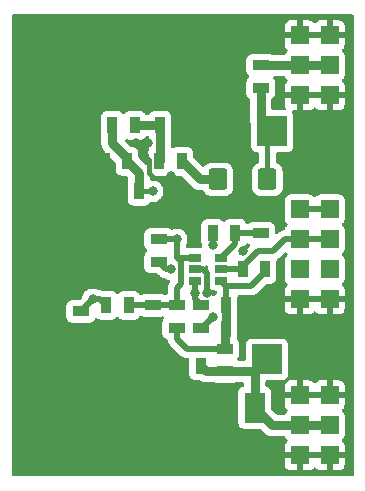
<source format=gbr>
G04 #@! TF.GenerationSoftware,KiCad,Pcbnew,(5.99.0-10394-g2e15de97e0)*
G04 #@! TF.CreationDate,2021-07-20T11:39:10+02:00*
G04 #@! TF.ProjectId,AIRDOSC01A_PCB01C,41495244-4f53-4433-9031-415f50434230,rev?*
G04 #@! TF.SameCoordinates,Original*
G04 #@! TF.FileFunction,Copper,L2,Bot*
G04 #@! TF.FilePolarity,Positive*
%FSLAX46Y46*%
G04 Gerber Fmt 4.6, Leading zero omitted, Abs format (unit mm)*
G04 Created by KiCad (PCBNEW (5.99.0-10394-g2e15de97e0)) date 2021-07-20 11:39:10*
%MOMM*%
%LPD*%
G01*
G04 APERTURE LIST*
G04 Aperture macros list*
%AMRoundRect*
0 Rectangle with rounded corners*
0 $1 Rounding radius*
0 $2 $3 $4 $5 $6 $7 $8 $9 X,Y pos of 4 corners*
0 Add a 4 corners polygon primitive as box body*
4,1,4,$2,$3,$4,$5,$6,$7,$8,$9,$2,$3,0*
0 Add four circle primitives for the rounded corners*
1,1,$1+$1,$2,$3*
1,1,$1+$1,$4,$5*
1,1,$1+$1,$6,$7*
1,1,$1+$1,$8,$9*
0 Add four rect primitives between the rounded corners*
20,1,$1+$1,$2,$3,$4,$5,0*
20,1,$1+$1,$4,$5,$6,$7,0*
20,1,$1+$1,$6,$7,$8,$9,0*
20,1,$1+$1,$8,$9,$2,$3,0*%
%AMOutline4P*
0 Free polygon, 4 corners , with rotation*
0 The origin of the aperture is its center*
0 number of corners: always 4*
0 $1 to $8 corner X, Y*
0 $9 Rotation angle, in degrees counterclockwise*
0 create outline with 4 corners*
4,1,4,$1,$2,$3,$4,$5,$6,$7,$8,$1,$2,$9*%
G04 Aperture macros list end*
G04 #@! TA.AperFunction,ComponentPad*
%ADD10C,6.000000*%
G04 #@! TD*
G04 #@! TA.AperFunction,ComponentPad*
%ADD11R,1.524000X1.524000*%
G04 #@! TD*
G04 #@! TA.AperFunction,SMDPad,CuDef*
%ADD12R,0.889000X1.397000*%
G04 #@! TD*
G04 #@! TA.AperFunction,SMDPad,CuDef*
%ADD13R,1.397000X0.889000*%
G04 #@! TD*
G04 #@! TA.AperFunction,SMDPad,CuDef*
%ADD14R,1.800000X2.500000*%
G04 #@! TD*
G04 #@! TA.AperFunction,SMDPad,CuDef*
%ADD15R,2.550160X2.499360*%
G04 #@! TD*
G04 #@! TA.AperFunction,SMDPad,CuDef*
%ADD16RoundRect,0.250000X0.537500X0.650000X-0.537500X0.650000X-0.537500X-0.650000X0.537500X-0.650000X0*%
G04 #@! TD*
G04 #@! TA.AperFunction,SMDPad,CuDef*
%ADD17Outline4P,-0.750000X-1.500000X0.750000X-1.500000X0.750000X1.500000X-0.750000X1.500000X180.000000*%
G04 #@! TD*
G04 #@! TA.AperFunction,SMDPad,CuDef*
%ADD18RoundRect,0.250425X0.537075X0.649575X-0.537075X0.649575X-0.537075X-0.649575X0.537075X-0.649575X0*%
G04 #@! TD*
G04 #@! TA.AperFunction,SMDPad,CuDef*
%ADD19R,1.060000X0.650000*%
G04 #@! TD*
G04 #@! TA.AperFunction,ViaPad*
%ADD20C,0.800000*%
G04 #@! TD*
G04 #@! TA.AperFunction,Conductor*
%ADD21C,0.400000*%
G04 #@! TD*
G04 #@! TA.AperFunction,Conductor*
%ADD22C,0.500000*%
G04 #@! TD*
G04 #@! TA.AperFunction,Conductor*
%ADD23C,0.800000*%
G04 #@! TD*
G04 APERTURE END LIST*
D10*
X5207000Y5080000D03*
X5207000Y35560000D03*
D11*
X25273000Y20828000D03*
X27813000Y20828000D03*
X25273000Y18288000D03*
X27813000Y18288000D03*
X25273000Y2540000D03*
X27813000Y2540000D03*
X25273000Y15748000D03*
X27813000Y15748000D03*
X25273000Y33020000D03*
X27813000Y33020000D03*
X25273000Y35560000D03*
X27813000Y35560000D03*
X25273000Y38100000D03*
X27813000Y38100000D03*
X27813000Y5080000D03*
X25273000Y5080000D03*
X27813000Y7620000D03*
X25273000Y7620000D03*
X25273000Y23368000D03*
X27813000Y23368000D03*
D10*
X15367000Y5080000D03*
X15367000Y35560000D03*
D12*
X13462000Y30480000D03*
X15367000Y30480000D03*
X17907000Y21336000D03*
X19812000Y21336000D03*
D13*
X18923000Y11557000D03*
X18923000Y9652000D03*
D12*
X16891000Y10096500D03*
X14986000Y10096500D03*
D14*
X21463000Y6572000D03*
X21463000Y2572000D03*
D12*
X19050000Y13208000D03*
X20955000Y13208000D03*
D15*
X22494240Y10668000D03*
X27543760Y10668000D03*
D12*
X19050000Y15240000D03*
X20955000Y15240000D03*
X13398500Y27432000D03*
X15303500Y27432000D03*
X10668000Y27432000D03*
X8763000Y27432000D03*
D15*
X22956520Y29987240D03*
X17907000Y29987240D03*
D16*
X22534500Y25908000D03*
D17*
X20447000Y25908000D03*
D18*
X18359500Y25908000D03*
D12*
X11684000Y24892000D03*
X9779000Y24892000D03*
X10795000Y15240000D03*
X8890000Y15240000D03*
D13*
X21971000Y33655000D03*
X21971000Y35560000D03*
D12*
X9398000Y30480000D03*
X11303000Y30480000D03*
D13*
X6731000Y12827000D03*
X6731000Y14732000D03*
X13335000Y18923000D03*
X13335000Y20828000D03*
X14859000Y13335000D03*
X14859000Y15240000D03*
X12827000Y15240000D03*
X12827000Y13335000D03*
X21971000Y21336000D03*
X21971000Y23241000D03*
D12*
X22352000Y18288000D03*
X20447000Y18288000D03*
D13*
X16891000Y13335000D03*
X16891000Y15240000D03*
D19*
X16383000Y17338000D03*
X16383000Y18288000D03*
X16383000Y19238000D03*
X18583000Y19238000D03*
X18583000Y18288000D03*
X18583000Y17338000D03*
D20*
X12446000Y28956000D03*
X11430000Y28956000D03*
X16383000Y22352000D03*
X16256000Y24384000D03*
X14351000Y26162000D03*
X12065000Y27940000D03*
X7239000Y28448000D03*
X6096000Y27813000D03*
X6096000Y26670000D03*
X12827000Y11684000D03*
X9271000Y33020000D03*
X10287000Y10160000D03*
X10795000Y33020000D03*
X8763000Y13208000D03*
X20955000Y38100000D03*
X28067000Y25908000D03*
X22987000Y16256000D03*
X18415000Y23368000D03*
X7239000Y30988000D03*
X10287000Y13208000D03*
X26035000Y13208000D03*
X27559000Y13208000D03*
X16383000Y23368000D03*
X17399000Y16284502D03*
X26035000Y25908000D03*
X22987000Y13208000D03*
X7239000Y29464000D03*
X22987000Y14732000D03*
X20447000Y19812000D03*
X28067000Y27432000D03*
X24511000Y13208000D03*
X7239000Y10160000D03*
X5715000Y10160000D03*
X8763000Y10160000D03*
X22987000Y38100000D03*
X26035000Y27432000D03*
X11811000Y10160000D03*
X13335000Y10160000D03*
X7239000Y27432000D03*
X28067000Y29464000D03*
X28067000Y30988000D03*
X26035000Y30988000D03*
X19431000Y36068000D03*
X7239000Y26543000D03*
X19431000Y34544000D03*
X19431000Y32512000D03*
X26035000Y29464000D03*
X19939000Y23368000D03*
X19431000Y38100000D03*
X12827000Y24892000D03*
X14859000Y20828000D03*
X7747000Y15748000D03*
X17907000Y14224000D03*
X14351000Y18288000D03*
X17907000Y20320000D03*
X16383000Y16256000D03*
D21*
X12933380Y26035000D02*
X12483520Y26484860D01*
X12483520Y26484860D02*
X12483520Y27521480D01*
X14224000Y26035000D02*
X12933380Y26035000D01*
X12483520Y27521480D02*
X12065000Y27940000D01*
X14351000Y26162000D02*
X14224000Y26035000D01*
D22*
X7239000Y28448000D02*
X7239000Y29464000D01*
D23*
X22534500Y29565220D02*
X22956520Y29987240D01*
X21971000Y33655000D02*
X21971000Y30972760D01*
D21*
X22534500Y25908000D02*
X22534500Y29565220D01*
D23*
X21971000Y30972760D02*
X22956520Y29987240D01*
D22*
X17098002Y18288000D02*
X17399000Y17987002D01*
X13398500Y10096500D02*
X13335000Y10160000D01*
X22987000Y14732000D02*
X22987000Y16256000D01*
X11811000Y10160000D02*
X10287000Y10160000D01*
X17399000Y17987002D02*
X17399000Y16284502D01*
X21971000Y23241000D02*
X20066000Y23241000D01*
X17907000Y30988000D02*
X19431000Y32512000D01*
X17907000Y29987240D02*
X17907000Y30988000D01*
X14986000Y10096500D02*
X13398500Y10096500D01*
X7239000Y27432000D02*
X7239000Y28448000D01*
X18415000Y23368000D02*
X16383000Y23368000D01*
X16383000Y18288000D02*
X17098002Y18288000D01*
X20066000Y23241000D02*
X19939000Y23368000D01*
X19431000Y34544000D02*
X19431000Y36068000D01*
X26035000Y13208000D02*
X24511000Y13208000D01*
X27543760Y10668000D02*
X27543760Y13192760D01*
X27543760Y13192760D02*
X27559000Y13208000D01*
X20955000Y13208000D02*
X22987000Y13208000D01*
X8763000Y27432000D02*
X7239000Y27432000D01*
X8763000Y10160000D02*
X7239000Y10160000D01*
D23*
X16827500Y25908000D02*
X15303500Y27432000D01*
X18359500Y25908000D02*
X16827500Y25908000D01*
X21478240Y9652000D02*
X22494240Y10668000D01*
X25273000Y5080000D02*
X22955000Y5080000D01*
X17335500Y9652000D02*
X16891000Y10096500D01*
X21463000Y6572000D02*
X21463000Y9636760D01*
X22955000Y5080000D02*
X21463000Y6572000D01*
X18923000Y9652000D02*
X17335500Y9652000D01*
X21463000Y9636760D02*
X22494240Y10668000D01*
X18923000Y9652000D02*
X21478240Y9652000D01*
X27813000Y5080000D02*
X25273000Y5080000D01*
X11303000Y30480000D02*
X13462000Y30480000D01*
X13462000Y30480000D02*
X13462000Y27495500D01*
X13462000Y27495500D02*
X13398500Y27432000D01*
X10668000Y27686000D02*
X10668000Y27432000D01*
X10668000Y27432000D02*
X11684000Y26416000D01*
X9398000Y28956000D02*
X10668000Y27686000D01*
D21*
X12827000Y24892000D02*
X11684000Y24892000D01*
D23*
X9398000Y30480000D02*
X9398000Y28956000D01*
X11684000Y26416000D02*
X11684000Y24892000D01*
X18923000Y13081000D02*
X19050000Y13208000D01*
D22*
X19050000Y16871000D02*
X21189000Y16871000D01*
X21189000Y16871000D02*
X22352000Y18034000D01*
X19050000Y15240000D02*
X19050000Y16871000D01*
D23*
X19050000Y13208000D02*
X19050000Y15240000D01*
D22*
X22352000Y18034000D02*
X22352000Y18288000D01*
X17724500Y11557000D02*
X18923000Y11557000D01*
X19050000Y16871000D02*
X18583000Y17338000D01*
D23*
X18923000Y11557000D02*
X18923000Y13081000D01*
D22*
X15692500Y11557000D02*
X17724500Y11557000D01*
X14859000Y12390500D02*
X15692500Y11557000D01*
X14859000Y13335000D02*
X14859000Y12390500D01*
X12827000Y15240000D02*
X14859000Y15240000D01*
X10795000Y15240000D02*
X12827000Y15240000D01*
X15201001Y17034501D02*
X15201001Y18961999D01*
X14859000Y20828000D02*
X14859000Y19304000D01*
X13335000Y20828000D02*
X14859000Y20828000D01*
X14859000Y15240000D02*
X14859000Y16692500D01*
X14925000Y19238000D02*
X14859000Y19304000D01*
X27813000Y23368000D02*
X25273000Y23368000D01*
X16383000Y19238000D02*
X14925000Y19238000D01*
X15201001Y18961999D02*
X14859000Y19304000D01*
X14859000Y16692500D02*
X15201001Y17034501D01*
X7747000Y15748000D02*
X8382000Y15748000D01*
X8382000Y15748000D02*
X8890000Y15240000D01*
X6731000Y14732000D02*
X7747000Y15748000D01*
D23*
X27813000Y35560000D02*
X25273000Y35560000D01*
X25273000Y35560000D02*
X21971000Y35560000D01*
D22*
X16891000Y13335000D02*
X17018000Y13335000D01*
X17018000Y13335000D02*
X17907000Y14224000D01*
X21709000Y19804000D02*
X22987000Y19804000D01*
X20447000Y18288000D02*
X20447000Y18542000D01*
X25273000Y20828000D02*
X24011000Y20828000D01*
X20447000Y18542000D02*
X21709000Y19804000D01*
X27813000Y20828000D02*
X25273000Y20828000D01*
X18583000Y18288000D02*
X20447000Y18288000D01*
X24011000Y20828000D02*
X22987000Y19804000D01*
X13970000Y18288000D02*
X13335000Y18923000D01*
X14351000Y18288000D02*
X13970000Y18288000D01*
X19812000Y20467000D02*
X19812000Y21336000D01*
X19812000Y21336000D02*
X21971000Y21336000D01*
X18583000Y19238000D02*
X19812000Y20467000D01*
X16383000Y15748000D02*
X16891000Y15240000D01*
X16383000Y17338000D02*
X16383000Y16256000D01*
X17907000Y20320000D02*
X17907000Y21336000D01*
X16383000Y16256000D02*
X16383000Y15748000D01*
G04 #@! TA.AperFunction,Conductor*
G36*
X29787121Y39857998D02*
G01*
X29833614Y39804342D01*
X29845000Y39752000D01*
X29845000Y888000D01*
X29824998Y819879D01*
X29771342Y773386D01*
X29719000Y762000D01*
X1015000Y762000D01*
X946879Y782002D01*
X900386Y835658D01*
X889000Y888000D01*
X889000Y2272452D01*
X23998000Y2272452D01*
X23998000Y1780257D01*
X23998161Y1775750D01*
X24002740Y1711731D01*
X24005126Y1698509D01*
X24041819Y1573542D01*
X24049233Y1557308D01*
X24118426Y1449640D01*
X24130112Y1436153D01*
X24226840Y1352338D01*
X24241848Y1342693D01*
X24358275Y1289523D01*
X24375388Y1284498D01*
X24506554Y1265639D01*
X24515495Y1265000D01*
X25000885Y1265000D01*
X25016124Y1269475D01*
X25017329Y1270865D01*
X25019000Y1278548D01*
X25019000Y2267885D01*
X25017659Y2272452D01*
X25527000Y2272452D01*
X25527000Y1283115D01*
X25531475Y1267876D01*
X25532865Y1266671D01*
X25540548Y1265000D01*
X26032743Y1265000D01*
X26037250Y1265161D01*
X26101269Y1269740D01*
X26114491Y1272126D01*
X26239458Y1308819D01*
X26255692Y1316233D01*
X26363360Y1385426D01*
X26376847Y1397112D01*
X26447677Y1478855D01*
X26507403Y1517239D01*
X26578400Y1517239D01*
X26638126Y1478856D01*
X26648900Y1464463D01*
X26658426Y1449640D01*
X26670112Y1436153D01*
X26766840Y1352338D01*
X26781848Y1342693D01*
X26898275Y1289523D01*
X26915388Y1284498D01*
X27046554Y1265639D01*
X27055495Y1265000D01*
X27540885Y1265000D01*
X27556124Y1269475D01*
X27557329Y1270865D01*
X27559000Y1278548D01*
X27559000Y2267885D01*
X27557659Y2272452D01*
X28067000Y2272452D01*
X28067000Y1283115D01*
X28071475Y1267876D01*
X28072865Y1266671D01*
X28080548Y1265000D01*
X28572743Y1265000D01*
X28577250Y1265161D01*
X28641269Y1269740D01*
X28654491Y1272126D01*
X28779458Y1308819D01*
X28795692Y1316233D01*
X28903360Y1385426D01*
X28916847Y1397112D01*
X29000662Y1493840D01*
X29010307Y1508848D01*
X29063477Y1625275D01*
X29068502Y1642388D01*
X29087361Y1773554D01*
X29088000Y1782497D01*
X29088000Y2267885D01*
X29083525Y2283124D01*
X29082135Y2284329D01*
X29074452Y2286000D01*
X28085115Y2286000D01*
X28069876Y2281525D01*
X28068671Y2280135D01*
X28067000Y2272452D01*
X27557659Y2272452D01*
X27554525Y2283124D01*
X27553135Y2284329D01*
X27545452Y2286000D01*
X25545115Y2286000D01*
X25529876Y2281525D01*
X25528671Y2280135D01*
X25527000Y2272452D01*
X25017659Y2272452D01*
X25014525Y2283124D01*
X25013135Y2284329D01*
X25005452Y2286000D01*
X24016115Y2286000D01*
X24000876Y2281525D01*
X23999671Y2280135D01*
X23998000Y2272452D01*
X889000Y2272452D01*
X889000Y15176500D01*
X5519000Y15176500D01*
X5519000Y14287500D01*
X5524227Y14214421D01*
X5543568Y14148551D01*
X5559991Y14092620D01*
X5565404Y14074184D01*
X5582541Y14047518D01*
X5639551Y13958809D01*
X5639553Y13958806D01*
X5644423Y13951229D01*
X5651233Y13945328D01*
X5748069Y13861418D01*
X5748072Y13861416D01*
X5754881Y13855516D01*
X5887830Y13794800D01*
X5896745Y13793518D01*
X5896746Y13793518D01*
X6028052Y13774639D01*
X6028059Y13774638D01*
X6032500Y13774000D01*
X7429500Y13774000D01*
X7502579Y13779227D01*
X7580665Y13802155D01*
X7634170Y13817865D01*
X7634172Y13817866D01*
X7642816Y13820404D01*
X7706635Y13861418D01*
X7758191Y13894551D01*
X7758194Y13894553D01*
X7765771Y13899423D01*
X7805548Y13945328D01*
X7855582Y14003069D01*
X7855584Y14003072D01*
X7861484Y14009881D01*
X7865228Y14018078D01*
X7865230Y14018082D01*
X7911036Y14118382D01*
X7957529Y14172037D01*
X8025650Y14192039D01*
X8093770Y14172037D01*
X8108162Y14161263D01*
X8161069Y14115418D01*
X8161072Y14115416D01*
X8167881Y14109516D01*
X8176079Y14105772D01*
X8261843Y14066605D01*
X8300830Y14048800D01*
X8309745Y14047518D01*
X8309746Y14047518D01*
X8441052Y14028639D01*
X8441059Y14028638D01*
X8445500Y14028000D01*
X9334500Y14028000D01*
X9407579Y14033227D01*
X9488948Y14057119D01*
X9539170Y14071865D01*
X9539172Y14071866D01*
X9547816Y14074404D01*
X9602451Y14109516D01*
X9663191Y14148551D01*
X9663194Y14148553D01*
X9670771Y14153423D01*
X9677565Y14161263D01*
X9721081Y14211484D01*
X9747120Y14241533D01*
X9806845Y14279916D01*
X9877841Y14279916D01*
X9937568Y14241532D01*
X9948340Y14227142D01*
X9962423Y14205229D01*
X9969233Y14199328D01*
X10066069Y14115418D01*
X10066072Y14115416D01*
X10072881Y14109516D01*
X10081079Y14105772D01*
X10166843Y14066605D01*
X10205830Y14048800D01*
X10214745Y14047518D01*
X10214746Y14047518D01*
X10346052Y14028639D01*
X10346059Y14028638D01*
X10350500Y14028000D01*
X11239500Y14028000D01*
X11312579Y14033227D01*
X11393948Y14057119D01*
X11444170Y14071865D01*
X11444172Y14071866D01*
X11452816Y14074404D01*
X11507451Y14109516D01*
X11568191Y14148551D01*
X11568194Y14148553D01*
X11575771Y14153423D01*
X11581672Y14160233D01*
X11665582Y14257069D01*
X11665584Y14257072D01*
X11671484Y14263881D01*
X11675227Y14272077D01*
X11675229Y14272080D01*
X11687751Y14299499D01*
X11734245Y14353154D01*
X11802366Y14373155D01*
X11854706Y14361769D01*
X11915542Y14333986D01*
X11983830Y14302800D01*
X11992745Y14301518D01*
X11992746Y14301518D01*
X12124052Y14282639D01*
X12124059Y14282638D01*
X12128500Y14282000D01*
X13525500Y14282000D01*
X13598579Y14287227D01*
X13628556Y14296029D01*
X13699552Y14296029D01*
X13759279Y14257645D01*
X13788772Y14193065D01*
X13778668Y14122791D01*
X13759278Y14092620D01*
X13734418Y14063931D01*
X13734416Y14063928D01*
X13728516Y14057119D01*
X13724772Y14048921D01*
X13677463Y13945328D01*
X13667800Y13924170D01*
X13666518Y13915255D01*
X13666518Y13915254D01*
X13647639Y13783948D01*
X13647638Y13783941D01*
X13647000Y13779500D01*
X13647000Y12890500D01*
X13652227Y12817421D01*
X13693404Y12677184D01*
X13698275Y12669605D01*
X13767551Y12561809D01*
X13767553Y12561806D01*
X13772423Y12554229D01*
X13779233Y12548328D01*
X13876069Y12464418D01*
X13876072Y12464416D01*
X13882881Y12458516D01*
X14015830Y12397800D01*
X14018877Y12397362D01*
X14076081Y12360603D01*
X14105577Y12296023D01*
X14106444Y12288305D01*
X14110300Y12240895D01*
X14112556Y12233932D01*
X14113732Y12228044D01*
X14115130Y12222127D01*
X14115978Y12214857D01*
X14140887Y12146233D01*
X14142304Y12142105D01*
X14162542Y12079632D01*
X14162544Y12079627D01*
X14164798Y12072670D01*
X14168593Y12066416D01*
X14171101Y12060938D01*
X14173815Y12055519D01*
X14176313Y12048636D01*
X14210009Y11997242D01*
X14216335Y11987593D01*
X14218682Y11983873D01*
X14253622Y11926292D01*
X14253625Y11926288D01*
X14256534Y11921494D01*
X14260249Y11917288D01*
X14264751Y11912190D01*
X14266972Y11909606D01*
X14269255Y11906876D01*
X14273269Y11900753D01*
X14278584Y11895718D01*
X14325132Y11851623D01*
X14327574Y11849245D01*
X15109497Y11067322D01*
X15121882Y11052911D01*
X15134111Y11036294D01*
X15139694Y11031551D01*
X15172851Y11003382D01*
X15180367Y10996452D01*
X15186484Y10990335D01*
X15189357Y10988062D01*
X15189366Y10988054D01*
X15209843Y10971854D01*
X15213247Y10969063D01*
X15263294Y10926545D01*
X15268876Y10921803D01*
X15275394Y10918475D01*
X15280419Y10915123D01*
X15285564Y10911946D01*
X15291302Y10907406D01*
X15297933Y10904307D01*
X15357405Y10876511D01*
X15361355Y10874580D01*
X15419845Y10844714D01*
X15419847Y10844713D01*
X15426365Y10841385D01*
X15433472Y10839646D01*
X15439123Y10837544D01*
X15444873Y10835631D01*
X15451502Y10832533D01*
X15458662Y10831044D01*
X15458673Y10831040D01*
X15522993Y10817661D01*
X15527280Y10816691D01*
X15592672Y10800690D01*
X15592678Y10800689D01*
X15598130Y10799355D01*
X15603734Y10799007D01*
X15603736Y10799007D01*
X15610524Y10798586D01*
X15613921Y10798329D01*
X15617461Y10798013D01*
X15624629Y10796522D01*
X15631946Y10796720D01*
X15680039Y10798022D01*
X15696017Y10798454D01*
X15699425Y10798500D01*
X15807000Y10798500D01*
X15875121Y10778498D01*
X15921614Y10724842D01*
X15933000Y10672500D01*
X15933000Y9398000D01*
X15938227Y9324921D01*
X15979404Y9184684D01*
X15984275Y9177105D01*
X16053551Y9069309D01*
X16053553Y9069306D01*
X16058423Y9061729D01*
X16065233Y9055828D01*
X16162069Y8971918D01*
X16162072Y8971916D01*
X16168881Y8966016D01*
X16177079Y8962272D01*
X16291436Y8910047D01*
X16301830Y8905300D01*
X16310745Y8904018D01*
X16310746Y8904018D01*
X16442052Y8885139D01*
X16442059Y8885138D01*
X16446500Y8884500D01*
X16810420Y8884500D01*
X16867624Y8870766D01*
X16898917Y8854821D01*
X16904713Y8851674D01*
X16958223Y8820780D01*
X16963946Y8817476D01*
X16970229Y8815435D01*
X16970235Y8815432D01*
X16977326Y8813128D01*
X16995595Y8805561D01*
X17002243Y8802173D01*
X17002253Y8802169D01*
X17008131Y8799174D01*
X17014506Y8797466D01*
X17014508Y8797465D01*
X17050531Y8787813D01*
X17074211Y8781468D01*
X17080523Y8779598D01*
X17145573Y8758462D01*
X17152141Y8757772D01*
X17152145Y8757771D01*
X17159562Y8756992D01*
X17179009Y8753388D01*
X17192597Y8749747D01*
X17199196Y8749401D01*
X17199197Y8749401D01*
X17260885Y8746168D01*
X17267460Y8745651D01*
X17281773Y8744147D01*
X17287928Y8743500D01*
X17308501Y8743500D01*
X17315095Y8743327D01*
X17376717Y8740097D01*
X17376722Y8740097D01*
X17383309Y8739752D01*
X17397181Y8741949D01*
X17416891Y8743500D01*
X17989576Y8743500D01*
X18041919Y8732113D01*
X18071633Y8718543D01*
X18071636Y8718542D01*
X18079830Y8714800D01*
X18088745Y8713518D01*
X18088746Y8713518D01*
X18220052Y8694639D01*
X18220059Y8694638D01*
X18224500Y8694000D01*
X19621500Y8694000D01*
X19694579Y8699227D01*
X19827978Y8738396D01*
X19863475Y8743500D01*
X20428500Y8743500D01*
X20496621Y8723498D01*
X20543114Y8669842D01*
X20554500Y8617500D01*
X20554500Y8443557D01*
X20534498Y8375436D01*
X20480842Y8328943D01*
X20464003Y8322663D01*
X20424140Y8310958D01*
X20358330Y8291635D01*
X20358328Y8291634D01*
X20349684Y8289096D01*
X20342105Y8284225D01*
X20234309Y8214949D01*
X20234306Y8214947D01*
X20226729Y8210077D01*
X20220828Y8203267D01*
X20136918Y8106431D01*
X20136916Y8106428D01*
X20131016Y8099619D01*
X20070300Y7966670D01*
X20069018Y7957755D01*
X20069018Y7957754D01*
X20050139Y7826448D01*
X20050138Y7826441D01*
X20049500Y7822000D01*
X20049500Y5322000D01*
X20054727Y5248921D01*
X20095904Y5108684D01*
X20100775Y5101105D01*
X20170051Y4993309D01*
X20170053Y4993306D01*
X20174923Y4985729D01*
X20181733Y4979828D01*
X20278569Y4895918D01*
X20278572Y4895916D01*
X20285381Y4890016D01*
X20418330Y4829300D01*
X20427245Y4828018D01*
X20427246Y4828018D01*
X20558552Y4809139D01*
X20558559Y4809138D01*
X20563000Y4808500D01*
X21889497Y4808500D01*
X21957618Y4788498D01*
X21978592Y4771595D01*
X22255038Y4495149D01*
X22267875Y4480121D01*
X22276137Y4468749D01*
X22281047Y4464328D01*
X22281048Y4464327D01*
X22326911Y4423032D01*
X22331696Y4418491D01*
X22346232Y4403955D01*
X22362218Y4391010D01*
X22367223Y4386734D01*
X22413146Y4345385D01*
X22413150Y4345382D01*
X22418058Y4340963D01*
X22423777Y4337661D01*
X22423780Y4337659D01*
X22430239Y4333930D01*
X22446536Y4322730D01*
X22452343Y4318027D01*
X22452346Y4318025D01*
X22457472Y4313874D01*
X22463354Y4310877D01*
X22518408Y4282826D01*
X22524206Y4279678D01*
X22577728Y4248777D01*
X22577731Y4248776D01*
X22583446Y4245476D01*
X22589722Y4243437D01*
X22589726Y4243435D01*
X22596829Y4241127D01*
X22615091Y4233563D01*
X22621749Y4230171D01*
X22627631Y4227174D01*
X22693747Y4209458D01*
X22699996Y4207606D01*
X22765073Y4186462D01*
X22779061Y4184992D01*
X22798504Y4181388D01*
X22805719Y4179455D01*
X22805721Y4179455D01*
X22812098Y4177746D01*
X22859943Y4175239D01*
X22880403Y4174166D01*
X22886977Y4173649D01*
X22904154Y4171844D01*
X22904156Y4171844D01*
X22907428Y4171500D01*
X22927982Y4171500D01*
X22934577Y4171327D01*
X22996218Y4168096D01*
X22996222Y4168096D01*
X23002809Y4167751D01*
X23016686Y4169949D01*
X23036398Y4171500D01*
X23933825Y4171500D01*
X24001946Y4151498D01*
X24043008Y4104108D01*
X24043904Y4104684D01*
X24048778Y4097100D01*
X24118051Y3989309D01*
X24118053Y3989306D01*
X24122923Y3981729D01*
X24129733Y3975828D01*
X24211422Y3905043D01*
X24249805Y3845316D01*
X24249805Y3774320D01*
X24211421Y3714594D01*
X24197029Y3703821D01*
X24182640Y3694574D01*
X24169153Y3682888D01*
X24085338Y3586160D01*
X24075693Y3571152D01*
X24022523Y3454725D01*
X24017498Y3437612D01*
X23998639Y3306446D01*
X23998000Y3297505D01*
X23998000Y2812115D01*
X24002475Y2796876D01*
X24003865Y2795671D01*
X24011548Y2794000D01*
X29069885Y2794000D01*
X29085124Y2798475D01*
X29086329Y2799865D01*
X29088000Y2807548D01*
X29088000Y3299743D01*
X29087839Y3304250D01*
X29083260Y3368269D01*
X29080874Y3381491D01*
X29044181Y3506458D01*
X29036767Y3522692D01*
X28967574Y3630360D01*
X28955888Y3643846D01*
X28874534Y3714339D01*
X28836150Y3774065D01*
X28836150Y3845061D01*
X28874533Y3904788D01*
X28888925Y3915562D01*
X28903691Y3925051D01*
X28903694Y3925053D01*
X28911271Y3929923D01*
X28951048Y3975828D01*
X29001082Y4033569D01*
X29001084Y4033572D01*
X29006984Y4040381D01*
X29067700Y4173330D01*
X29075196Y4225468D01*
X29087861Y4313552D01*
X29087862Y4313559D01*
X29088500Y4318000D01*
X29088500Y5842000D01*
X29083273Y5915079D01*
X29042096Y6055316D01*
X28996393Y6126431D01*
X28967949Y6170691D01*
X28967947Y6170694D01*
X28963077Y6178271D01*
X28956267Y6184172D01*
X28874578Y6254957D01*
X28836195Y6314684D01*
X28836195Y6385680D01*
X28874579Y6445406D01*
X28888971Y6456179D01*
X28903360Y6465426D01*
X28916847Y6477112D01*
X29000662Y6573840D01*
X29010307Y6588848D01*
X29063477Y6705275D01*
X29068502Y6722388D01*
X29087361Y6853554D01*
X29088000Y6862497D01*
X29088000Y7347885D01*
X29083525Y7363124D01*
X29082135Y7364329D01*
X29074452Y7366000D01*
X24016115Y7366000D01*
X24000876Y7361525D01*
X23999671Y7360135D01*
X23998000Y7352452D01*
X23998000Y6860257D01*
X23998161Y6855750D01*
X24002740Y6791731D01*
X24005126Y6778509D01*
X24041819Y6653542D01*
X24049233Y6637308D01*
X24118426Y6529640D01*
X24130112Y6516154D01*
X24211466Y6445661D01*
X24249850Y6385935D01*
X24249850Y6314939D01*
X24211467Y6255212D01*
X24197075Y6244438D01*
X24182309Y6234949D01*
X24182306Y6234947D01*
X24174729Y6230077D01*
X24168828Y6223267D01*
X24084918Y6126431D01*
X24084916Y6126428D01*
X24079016Y6119619D01*
X24075273Y6111422D01*
X24075270Y6111418D01*
X24052773Y6062157D01*
X24006280Y6008502D01*
X23938160Y5988500D01*
X23383503Y5988500D01*
X23315382Y6008502D01*
X23294408Y6025405D01*
X22913405Y6406408D01*
X22879379Y6468720D01*
X22876500Y6495503D01*
X22876500Y7822000D01*
X22871273Y7895079D01*
X22830096Y8035316D01*
X22784393Y8106431D01*
X22755949Y8150691D01*
X22755947Y8150694D01*
X22751077Y8158271D01*
X22744267Y8164172D01*
X22647431Y8248082D01*
X22647428Y8248084D01*
X22640619Y8253984D01*
X22507670Y8314700D01*
X22479570Y8318740D01*
X22414989Y8348233D01*
X22396176Y8377505D01*
X23998000Y8377505D01*
X23998000Y7892115D01*
X24002475Y7876876D01*
X24003865Y7875671D01*
X24011548Y7874000D01*
X25000885Y7874000D01*
X25016124Y7878475D01*
X25017329Y7879865D01*
X25019000Y7887548D01*
X25019000Y8876885D01*
X25017659Y8881452D01*
X25527000Y8881452D01*
X25527000Y7892115D01*
X25531475Y7876876D01*
X25532865Y7875671D01*
X25540548Y7874000D01*
X27540885Y7874000D01*
X27556124Y7878475D01*
X27557329Y7879865D01*
X27559000Y7887548D01*
X27559000Y8876885D01*
X27557659Y8881452D01*
X28067000Y8881452D01*
X28067000Y7892115D01*
X28071475Y7876876D01*
X28072865Y7875671D01*
X28080548Y7874000D01*
X29069885Y7874000D01*
X29085124Y7878475D01*
X29086329Y7879865D01*
X29088000Y7887548D01*
X29088000Y8379743D01*
X29087839Y8384250D01*
X29083260Y8448269D01*
X29080874Y8461491D01*
X29044181Y8586458D01*
X29036767Y8602692D01*
X28967574Y8710360D01*
X28955888Y8723847D01*
X28859160Y8807662D01*
X28844152Y8817307D01*
X28727725Y8870477D01*
X28710612Y8875502D01*
X28579446Y8894361D01*
X28570505Y8895000D01*
X28085115Y8895000D01*
X28069876Y8890525D01*
X28068671Y8889135D01*
X28067000Y8881452D01*
X27557659Y8881452D01*
X27554525Y8892124D01*
X27553135Y8893329D01*
X27545452Y8895000D01*
X27053257Y8895000D01*
X27048750Y8894839D01*
X26984731Y8890260D01*
X26971509Y8887874D01*
X26846542Y8851181D01*
X26830308Y8843767D01*
X26722640Y8774574D01*
X26709153Y8762888D01*
X26638323Y8681145D01*
X26578597Y8642761D01*
X26507600Y8642761D01*
X26447874Y8681144D01*
X26437100Y8695537D01*
X26427574Y8710360D01*
X26415888Y8723847D01*
X26319160Y8807662D01*
X26304152Y8817307D01*
X26187725Y8870477D01*
X26170612Y8875502D01*
X26039446Y8894361D01*
X26030505Y8895000D01*
X25545115Y8895000D01*
X25529876Y8890525D01*
X25528671Y8889135D01*
X25527000Y8881452D01*
X25017659Y8881452D01*
X25014525Y8892124D01*
X25013135Y8893329D01*
X25005452Y8895000D01*
X24513257Y8895000D01*
X24508750Y8894839D01*
X24444731Y8890260D01*
X24431509Y8887874D01*
X24306542Y8851181D01*
X24290308Y8843767D01*
X24182640Y8774574D01*
X24169153Y8762888D01*
X24085338Y8666160D01*
X24075693Y8651152D01*
X24022523Y8534725D01*
X24017498Y8517612D01*
X23998639Y8386446D01*
X23998000Y8377505D01*
X22396176Y8377505D01*
X22376604Y8407958D01*
X22371500Y8443458D01*
X22371500Y8778820D01*
X22391502Y8846941D01*
X22445158Y8893434D01*
X22497500Y8904820D01*
X23769320Y8904820D01*
X23842399Y8910047D01*
X23920485Y8932975D01*
X23973990Y8948685D01*
X23973992Y8948686D01*
X23982636Y8951224D01*
X24020792Y8975746D01*
X24098011Y9025371D01*
X24098014Y9025373D01*
X24105591Y9030243D01*
X24139442Y9069309D01*
X24195402Y9133889D01*
X24195404Y9133892D01*
X24201304Y9140701D01*
X24217929Y9177105D01*
X24258278Y9265456D01*
X24258278Y9265457D01*
X24262020Y9273650D01*
X24263302Y9282566D01*
X24282181Y9413872D01*
X24282182Y9413879D01*
X24282820Y9418320D01*
X24282820Y11917680D01*
X24277593Y11990759D01*
X24236416Y12130996D01*
X24190713Y12202111D01*
X24162269Y12246371D01*
X24162267Y12246374D01*
X24157397Y12253951D01*
X24108844Y12296023D01*
X24053751Y12343762D01*
X24053748Y12343764D01*
X24046939Y12349664D01*
X23913990Y12410380D01*
X23905075Y12411662D01*
X23905074Y12411662D01*
X23773768Y12430541D01*
X23773761Y12430542D01*
X23769320Y12431180D01*
X21219160Y12431180D01*
X21146081Y12425953D01*
X21093044Y12410380D01*
X21014490Y12387315D01*
X21014488Y12387314D01*
X21005844Y12384776D01*
X20974808Y12364830D01*
X20890469Y12310629D01*
X20890466Y12310627D01*
X20882889Y12305757D01*
X20876988Y12298947D01*
X20793078Y12202111D01*
X20793076Y12202108D01*
X20787176Y12195299D01*
X20783432Y12187101D01*
X20735006Y12081062D01*
X20726460Y12062350D01*
X20725178Y12053435D01*
X20725178Y12053434D01*
X20706299Y11922128D01*
X20706298Y11922121D01*
X20705660Y11917680D01*
X20705660Y10686500D01*
X20685658Y10618379D01*
X20632002Y10571886D01*
X20579660Y10560500D01*
X20091633Y10560500D01*
X20023512Y10580502D01*
X19977019Y10634158D01*
X19966915Y10704432D01*
X19996409Y10769012D01*
X20047579Y10828065D01*
X20047582Y10828070D01*
X20053484Y10834881D01*
X20086605Y10907406D01*
X20110458Y10959636D01*
X20110458Y10959637D01*
X20114200Y10967830D01*
X20123362Y11031551D01*
X20134361Y11108052D01*
X20134362Y11108059D01*
X20135000Y11112500D01*
X20135000Y12001500D01*
X20129773Y12074579D01*
X20094327Y12195299D01*
X20091135Y12206170D01*
X20091134Y12206172D01*
X20088596Y12214816D01*
X20013520Y12331636D01*
X19993518Y12399757D01*
X19994800Y12417688D01*
X20007361Y12505052D01*
X20007362Y12505059D01*
X20008000Y12509500D01*
X20008000Y13906500D01*
X20002773Y13979579D01*
X19963604Y14112978D01*
X19958500Y14148475D01*
X19958500Y14306576D01*
X19969887Y14358919D01*
X19983457Y14388633D01*
X19983458Y14388636D01*
X19987200Y14396830D01*
X19994666Y14448760D01*
X20007361Y14537052D01*
X20007362Y14537059D01*
X20008000Y14541500D01*
X20008000Y15480452D01*
X23998000Y15480452D01*
X23998000Y14988257D01*
X23998161Y14983750D01*
X24002740Y14919731D01*
X24005126Y14906509D01*
X24041819Y14781542D01*
X24049233Y14765308D01*
X24118426Y14657640D01*
X24130112Y14644153D01*
X24226840Y14560338D01*
X24241848Y14550693D01*
X24358275Y14497523D01*
X24375388Y14492498D01*
X24506554Y14473639D01*
X24515495Y14473000D01*
X25000885Y14473000D01*
X25016124Y14477475D01*
X25017329Y14478865D01*
X25019000Y14486548D01*
X25019000Y15475885D01*
X25017659Y15480452D01*
X25527000Y15480452D01*
X25527000Y14491115D01*
X25531475Y14475876D01*
X25532865Y14474671D01*
X25540548Y14473000D01*
X26032743Y14473000D01*
X26037250Y14473161D01*
X26101269Y14477740D01*
X26114491Y14480126D01*
X26239458Y14516819D01*
X26255692Y14524233D01*
X26363360Y14593426D01*
X26376847Y14605112D01*
X26447677Y14686855D01*
X26507403Y14725239D01*
X26578400Y14725239D01*
X26638126Y14686856D01*
X26648900Y14672463D01*
X26658426Y14657640D01*
X26670112Y14644153D01*
X26766840Y14560338D01*
X26781848Y14550693D01*
X26898275Y14497523D01*
X26915388Y14492498D01*
X27046554Y14473639D01*
X27055495Y14473000D01*
X27540885Y14473000D01*
X27556124Y14477475D01*
X27557329Y14478865D01*
X27559000Y14486548D01*
X27559000Y15475885D01*
X27557659Y15480452D01*
X28067000Y15480452D01*
X28067000Y14491115D01*
X28071475Y14475876D01*
X28072865Y14474671D01*
X28080548Y14473000D01*
X28572743Y14473000D01*
X28577250Y14473161D01*
X28641269Y14477740D01*
X28654491Y14480126D01*
X28779458Y14516819D01*
X28795692Y14524233D01*
X28903360Y14593426D01*
X28916847Y14605112D01*
X29000662Y14701840D01*
X29010307Y14716848D01*
X29063477Y14833275D01*
X29068502Y14850388D01*
X29087361Y14981554D01*
X29088000Y14990497D01*
X29088000Y15475885D01*
X29083525Y15491124D01*
X29082135Y15492329D01*
X29074452Y15494000D01*
X28085115Y15494000D01*
X28069876Y15489525D01*
X28068671Y15488135D01*
X28067000Y15480452D01*
X27557659Y15480452D01*
X27554525Y15491124D01*
X27553135Y15492329D01*
X27545452Y15494000D01*
X25545115Y15494000D01*
X25529876Y15489525D01*
X25528671Y15488135D01*
X25527000Y15480452D01*
X25017659Y15480452D01*
X25014525Y15491124D01*
X25013135Y15492329D01*
X25005452Y15494000D01*
X24016115Y15494000D01*
X24000876Y15489525D01*
X23999671Y15488135D01*
X23998000Y15480452D01*
X20008000Y15480452D01*
X20008000Y15938500D01*
X20005210Y15977512D01*
X20020302Y16046886D01*
X20070504Y16097088D01*
X20130889Y16112500D01*
X21123013Y16112500D01*
X21141963Y16111067D01*
X21155120Y16109065D01*
X21155124Y16109065D01*
X21162354Y16107965D01*
X21169646Y16108558D01*
X21169649Y16108558D01*
X21213010Y16112085D01*
X21223224Y16112500D01*
X21231886Y16112500D01*
X21235520Y16112924D01*
X21235524Y16112924D01*
X21261483Y16115951D01*
X21265862Y16116384D01*
X21274647Y16117099D01*
X21338605Y16122300D01*
X21345568Y16124556D01*
X21351456Y16125732D01*
X21357373Y16127130D01*
X21364643Y16127978D01*
X21433267Y16152887D01*
X21437395Y16154304D01*
X21499868Y16174542D01*
X21499873Y16174544D01*
X21506830Y16176798D01*
X21513084Y16180593D01*
X21518562Y16183101D01*
X21523981Y16185815D01*
X21530864Y16188313D01*
X21544665Y16197361D01*
X21549008Y16200209D01*
X21591923Y16228345D01*
X21595612Y16230672D01*
X21619830Y16245368D01*
X21653208Y16265622D01*
X21653212Y16265625D01*
X21658006Y16268534D01*
X21667310Y16276751D01*
X21669894Y16278972D01*
X21672624Y16281255D01*
X21678747Y16285269D01*
X21727877Y16337132D01*
X21730255Y16339574D01*
X22429776Y17039095D01*
X22492088Y17073121D01*
X22518871Y17076000D01*
X22796500Y17076000D01*
X22869579Y17081227D01*
X22977067Y17112788D01*
X23001170Y17119865D01*
X23001172Y17119866D01*
X23009816Y17122404D01*
X23086604Y17171753D01*
X23125191Y17196551D01*
X23125194Y17196553D01*
X23132771Y17201423D01*
X23175634Y17250889D01*
X23222582Y17305069D01*
X23222584Y17305072D01*
X23228484Y17311881D01*
X23259367Y17379504D01*
X23285458Y17436636D01*
X23285458Y17436637D01*
X23289200Y17444830D01*
X23293525Y17474909D01*
X23309361Y17585052D01*
X23309362Y17585059D01*
X23310000Y17589500D01*
X23310000Y18986500D01*
X23306913Y19029666D01*
X23322005Y19099040D01*
X23363506Y19144025D01*
X23389906Y19161334D01*
X23393612Y19163672D01*
X23417830Y19178368D01*
X23451208Y19198622D01*
X23451212Y19198625D01*
X23456006Y19201534D01*
X23465310Y19209751D01*
X23467894Y19211972D01*
X23470624Y19214255D01*
X23476747Y19218269D01*
X23525877Y19270132D01*
X23528255Y19272574D01*
X23966298Y19710617D01*
X24028610Y19744643D01*
X24099425Y19739578D01*
X24137906Y19716746D01*
X24198962Y19663841D01*
X24211033Y19653381D01*
X24249416Y19593655D01*
X24249416Y19522659D01*
X24211032Y19462932D01*
X24196642Y19452160D01*
X24174729Y19438077D01*
X24168828Y19431267D01*
X24084918Y19334431D01*
X24084916Y19334428D01*
X24079016Y19327619D01*
X24075272Y19319421D01*
X24026202Y19211972D01*
X24018300Y19194670D01*
X24017018Y19185755D01*
X24017018Y19185754D01*
X23998139Y19054448D01*
X23998138Y19054441D01*
X23997500Y19050000D01*
X23997500Y17526000D01*
X24002727Y17452921D01*
X24043904Y17312684D01*
X24048775Y17305105D01*
X24118051Y17197309D01*
X24118053Y17197306D01*
X24122923Y17189729D01*
X24129733Y17183828D01*
X24211422Y17113043D01*
X24249805Y17053316D01*
X24249805Y16982320D01*
X24211421Y16922594D01*
X24197029Y16911821D01*
X24182640Y16902574D01*
X24169153Y16890888D01*
X24085338Y16794160D01*
X24075693Y16779152D01*
X24022523Y16662725D01*
X24017498Y16645612D01*
X23998639Y16514446D01*
X23998000Y16505505D01*
X23998000Y16020115D01*
X24002475Y16004876D01*
X24003865Y16003671D01*
X24011548Y16002000D01*
X29069885Y16002000D01*
X29085124Y16006475D01*
X29086329Y16007865D01*
X29088000Y16015548D01*
X29088000Y16507743D01*
X29087839Y16512250D01*
X29083260Y16576269D01*
X29080874Y16589491D01*
X29044181Y16714458D01*
X29036767Y16730692D01*
X28967574Y16838360D01*
X28955888Y16851846D01*
X28874534Y16922339D01*
X28836150Y16982065D01*
X28836150Y17053061D01*
X28874533Y17112788D01*
X28888925Y17123562D01*
X28903691Y17133051D01*
X28903694Y17133053D01*
X28911271Y17137923D01*
X28954259Y17187533D01*
X29001082Y17241569D01*
X29001084Y17241572D01*
X29006984Y17248381D01*
X29016292Y17268762D01*
X29063958Y17373136D01*
X29063958Y17373137D01*
X29067700Y17381330D01*
X29078962Y17459660D01*
X29087861Y17521552D01*
X29087862Y17521559D01*
X29088500Y17526000D01*
X29088500Y19050000D01*
X29083273Y19123079D01*
X29057172Y19211972D01*
X29044635Y19254670D01*
X29044634Y19254672D01*
X29042096Y19263316D01*
X28996393Y19334431D01*
X28967949Y19378691D01*
X28967947Y19378694D01*
X28963077Y19386271D01*
X28874967Y19462620D01*
X28836584Y19522345D01*
X28836584Y19593341D01*
X28874968Y19653068D01*
X28889359Y19663841D01*
X28911271Y19677923D01*
X28951048Y19723828D01*
X29001082Y19781569D01*
X29001084Y19781572D01*
X29006984Y19788381D01*
X29067700Y19921330D01*
X29077993Y19992921D01*
X29087861Y20061552D01*
X29087862Y20061559D01*
X29088500Y20066000D01*
X29088500Y21590000D01*
X29083273Y21663079D01*
X29053288Y21765200D01*
X29044635Y21794670D01*
X29044634Y21794672D01*
X29042096Y21803316D01*
X28996393Y21874431D01*
X28967949Y21918691D01*
X28967947Y21918694D01*
X28963077Y21926271D01*
X28874967Y22002620D01*
X28836584Y22062345D01*
X28836584Y22133341D01*
X28874968Y22193068D01*
X28889359Y22203841D01*
X28893624Y22206582D01*
X28911271Y22217923D01*
X28917172Y22224733D01*
X29001082Y22321569D01*
X29001084Y22321572D01*
X29006984Y22328381D01*
X29067700Y22461330D01*
X29073489Y22501596D01*
X29087861Y22601552D01*
X29087862Y22601559D01*
X29088500Y22606000D01*
X29088500Y24130000D01*
X29083273Y24203079D01*
X29042096Y24343316D01*
X28996393Y24414431D01*
X28967949Y24458691D01*
X28967947Y24458694D01*
X28963077Y24466271D01*
X28924442Y24499749D01*
X28859431Y24556082D01*
X28859428Y24556084D01*
X28852619Y24561984D01*
X28844421Y24565728D01*
X28727864Y24618958D01*
X28727863Y24618958D01*
X28719670Y24622700D01*
X28710755Y24623982D01*
X28710754Y24623982D01*
X28579448Y24642861D01*
X28579441Y24642862D01*
X28575000Y24643500D01*
X27051000Y24643500D01*
X26977921Y24638273D01*
X26924884Y24622700D01*
X26846330Y24599635D01*
X26846328Y24599634D01*
X26837684Y24597096D01*
X26830105Y24592225D01*
X26722309Y24522949D01*
X26722306Y24522947D01*
X26714729Y24518077D01*
X26663271Y24458691D01*
X26638381Y24429967D01*
X26578655Y24391584D01*
X26507659Y24391584D01*
X26447932Y24429968D01*
X26437159Y24444359D01*
X26427948Y24458691D01*
X26423077Y24466271D01*
X26384442Y24499749D01*
X26319431Y24556082D01*
X26319428Y24556084D01*
X26312619Y24561984D01*
X26304421Y24565728D01*
X26187864Y24618958D01*
X26187863Y24618958D01*
X26179670Y24622700D01*
X26170755Y24623982D01*
X26170754Y24623982D01*
X26039448Y24642861D01*
X26039441Y24642862D01*
X26035000Y24643500D01*
X24511000Y24643500D01*
X24437921Y24638273D01*
X24384884Y24622700D01*
X24306330Y24599635D01*
X24306328Y24599634D01*
X24297684Y24597096D01*
X24290105Y24592225D01*
X24182309Y24522949D01*
X24182306Y24522947D01*
X24174729Y24518077D01*
X24168828Y24511267D01*
X24084918Y24414431D01*
X24084916Y24414428D01*
X24079016Y24407619D01*
X24018300Y24274670D01*
X24017018Y24265755D01*
X24017018Y24265754D01*
X23998139Y24134448D01*
X23998138Y24134441D01*
X23997500Y24130000D01*
X23997500Y22606000D01*
X24002727Y22532921D01*
X24025655Y22454835D01*
X24035127Y22422577D01*
X24043904Y22392684D01*
X24057987Y22370771D01*
X24118051Y22277309D01*
X24118053Y22277306D01*
X24122923Y22269729D01*
X24198962Y22203841D01*
X24211033Y22193381D01*
X24249416Y22133655D01*
X24249416Y22062659D01*
X24211032Y22002932D01*
X24196642Y21992160D01*
X24174729Y21978077D01*
X24168828Y21971267D01*
X24084918Y21874431D01*
X24084916Y21874428D01*
X24079016Y21867619D01*
X24075272Y21859421D01*
X24069527Y21846840D01*
X24018300Y21734670D01*
X24017018Y21725755D01*
X24017018Y21725754D01*
X24011482Y21687249D01*
X23981989Y21622668D01*
X23922263Y21584284D01*
X23896981Y21579595D01*
X23882791Y21578440D01*
X23861396Y21576700D01*
X23854437Y21574445D01*
X23848539Y21573267D01*
X23842628Y21571869D01*
X23835357Y21571022D01*
X23766747Y21546118D01*
X23762616Y21544700D01*
X23728694Y21533710D01*
X23700130Y21524457D01*
X23700128Y21524456D01*
X23693170Y21522202D01*
X23686916Y21518407D01*
X23681438Y21515899D01*
X23676019Y21513185D01*
X23669136Y21510687D01*
X23608077Y21470655D01*
X23604388Y21468328D01*
X23580170Y21453632D01*
X23546792Y21433378D01*
X23546788Y21433375D01*
X23541994Y21430466D01*
X23537788Y21426751D01*
X23532690Y21422249D01*
X23530106Y21420028D01*
X23527376Y21417745D01*
X23521253Y21413731D01*
X23516218Y21408416D01*
X23472123Y21361868D01*
X23469745Y21359426D01*
X23398095Y21287776D01*
X23335783Y21253750D01*
X23264968Y21258815D01*
X23208132Y21301362D01*
X23183321Y21367882D01*
X23183000Y21376871D01*
X23183000Y21780500D01*
X23177773Y21853579D01*
X23143217Y21971267D01*
X23139135Y21985170D01*
X23139134Y21985172D01*
X23136596Y21993816D01*
X23092353Y22062659D01*
X23062449Y22109191D01*
X23062447Y22109194D01*
X23057577Y22116771D01*
X23036174Y22135317D01*
X22953931Y22206582D01*
X22953928Y22206584D01*
X22947119Y22212484D01*
X22935209Y22217923D01*
X22822364Y22269458D01*
X22822363Y22269458D01*
X22814170Y22273200D01*
X22805255Y22274482D01*
X22805254Y22274482D01*
X22673948Y22293361D01*
X22673941Y22293362D01*
X22669500Y22294000D01*
X21272500Y22294000D01*
X21199421Y22288773D01*
X21146384Y22273200D01*
X21067830Y22250135D01*
X21067828Y22250134D01*
X21059184Y22247596D01*
X20936229Y22168577D01*
X20932392Y22164149D01*
X20869259Y22135317D01*
X20798985Y22145420D01*
X20745329Y22191913D01*
X20730432Y22224535D01*
X20723596Y22247816D01*
X20677893Y22318931D01*
X20649449Y22363191D01*
X20649447Y22363194D01*
X20644577Y22370771D01*
X20619288Y22392684D01*
X20540931Y22460582D01*
X20540928Y22460584D01*
X20534119Y22466484D01*
X20525921Y22470228D01*
X20409364Y22523458D01*
X20409363Y22523458D01*
X20401170Y22527200D01*
X20392255Y22528482D01*
X20392254Y22528482D01*
X20260948Y22547361D01*
X20260941Y22547362D01*
X20256500Y22548000D01*
X19367500Y22548000D01*
X19294421Y22542773D01*
X19241384Y22527200D01*
X19162830Y22504135D01*
X19162828Y22504134D01*
X19154184Y22501596D01*
X19146605Y22496725D01*
X19038809Y22427449D01*
X19038806Y22427447D01*
X19031229Y22422577D01*
X18979771Y22363191D01*
X18954881Y22334467D01*
X18895155Y22296084D01*
X18824159Y22296084D01*
X18764432Y22334468D01*
X18753659Y22348859D01*
X18744448Y22363191D01*
X18739577Y22370771D01*
X18714288Y22392684D01*
X18635931Y22460582D01*
X18635928Y22460584D01*
X18629119Y22466484D01*
X18620921Y22470228D01*
X18504364Y22523458D01*
X18504363Y22523458D01*
X18496170Y22527200D01*
X18487255Y22528482D01*
X18487254Y22528482D01*
X18355948Y22547361D01*
X18355941Y22547362D01*
X18351500Y22548000D01*
X17462500Y22548000D01*
X17389421Y22542773D01*
X17336384Y22527200D01*
X17257830Y22504135D01*
X17257828Y22504134D01*
X17249184Y22501596D01*
X17241605Y22496725D01*
X17133809Y22427449D01*
X17133806Y22427447D01*
X17126229Y22422577D01*
X17120328Y22415767D01*
X17036418Y22318931D01*
X17036416Y22318928D01*
X17030516Y22312119D01*
X17026772Y22303921D01*
X16975620Y22191913D01*
X16969800Y22179170D01*
X16968518Y22170255D01*
X16968518Y22170254D01*
X16949639Y22038948D01*
X16949638Y22038941D01*
X16949000Y22034500D01*
X16949000Y20637500D01*
X16954227Y20564421D01*
X16975248Y20492830D01*
X16995048Y20425395D01*
X16999462Y20376727D01*
X16997074Y20354008D01*
X16993500Y20320000D01*
X16994190Y20313435D01*
X16994190Y20313434D01*
X17004465Y20215670D01*
X16991693Y20145832D01*
X16943191Y20093985D01*
X16879155Y20076500D01*
X15853000Y20076500D01*
X15779921Y20071273D01*
X15773438Y20069369D01*
X15766796Y20068171D01*
X15766285Y20071001D01*
X15708000Y20071002D01*
X15648274Y20109387D01*
X15618782Y20173968D01*
X15617500Y20191898D01*
X15617500Y20291008D01*
X15634381Y20354008D01*
X15652712Y20385757D01*
X15667913Y20412087D01*
X15690220Y20450723D01*
X15690221Y20450724D01*
X15693524Y20456446D01*
X15752538Y20638073D01*
X15772500Y20828000D01*
X15752538Y21017927D01*
X15693524Y21199554D01*
X15598037Y21364942D01*
X15548438Y21420028D01*
X15474673Y21501952D01*
X15474672Y21501953D01*
X15470251Y21506863D01*
X15464909Y21510744D01*
X15464907Y21510746D01*
X15321092Y21615233D01*
X15321091Y21615234D01*
X15315750Y21619114D01*
X15309722Y21621798D01*
X15309720Y21621799D01*
X15147318Y21694105D01*
X15147317Y21694105D01*
X15141287Y21696790D01*
X15047887Y21716643D01*
X14960944Y21735124D01*
X14960939Y21735124D01*
X14954487Y21736496D01*
X14763513Y21736496D01*
X14757061Y21735124D01*
X14757056Y21735124D01*
X14670113Y21716643D01*
X14576713Y21696790D01*
X14570683Y21694105D01*
X14570682Y21694105D01*
X14480335Y21653880D01*
X14409968Y21644446D01*
X14346574Y21673762D01*
X14317930Y21698582D01*
X14311119Y21704484D01*
X14302921Y21708228D01*
X14186364Y21761458D01*
X14186363Y21761458D01*
X14178170Y21765200D01*
X14169255Y21766482D01*
X14169254Y21766482D01*
X14037948Y21785361D01*
X14037941Y21785362D01*
X14033500Y21786000D01*
X12636500Y21786000D01*
X12563421Y21780773D01*
X12510384Y21765200D01*
X12431830Y21742135D01*
X12431828Y21742134D01*
X12423184Y21739596D01*
X12415605Y21734725D01*
X12307809Y21665449D01*
X12307806Y21665447D01*
X12300229Y21660577D01*
X12294328Y21653767D01*
X12210418Y21556931D01*
X12210416Y21556928D01*
X12204516Y21550119D01*
X12200772Y21541921D01*
X12148176Y21426751D01*
X12143800Y21417170D01*
X12142518Y21408255D01*
X12142518Y21408254D01*
X12123639Y21276948D01*
X12123638Y21276941D01*
X12123000Y21272500D01*
X12123000Y20383500D01*
X12128227Y20310421D01*
X12169404Y20170184D01*
X12174275Y20162605D01*
X12243551Y20054809D01*
X12243553Y20054806D01*
X12248423Y20047229D01*
X12255233Y20041328D01*
X12268195Y20030096D01*
X12317069Y19987747D01*
X12336533Y19970881D01*
X12374916Y19911155D01*
X12374916Y19840159D01*
X12336532Y19780432D01*
X12322142Y19769660D01*
X12300229Y19755577D01*
X12294328Y19748767D01*
X12210418Y19651931D01*
X12210416Y19651928D01*
X12204516Y19645119D01*
X12143800Y19512170D01*
X12142518Y19503255D01*
X12142518Y19503254D01*
X12123639Y19371948D01*
X12123638Y19371941D01*
X12123000Y19367500D01*
X12123000Y18478500D01*
X12128227Y18405421D01*
X12169404Y18265184D01*
X12174275Y18257605D01*
X12243551Y18149809D01*
X12243553Y18149806D01*
X12248423Y18142229D01*
X12255233Y18136328D01*
X12352069Y18052418D01*
X12352072Y18052416D01*
X12358881Y18046516D01*
X12491830Y17985800D01*
X12500745Y17984518D01*
X12500746Y17984518D01*
X12632052Y17965639D01*
X12632059Y17965638D01*
X12636500Y17965000D01*
X13168129Y17965000D01*
X13236250Y17944998D01*
X13257224Y17928095D01*
X13386997Y17798322D01*
X13399382Y17783911D01*
X13411611Y17767294D01*
X13417194Y17762551D01*
X13450351Y17734382D01*
X13457867Y17727452D01*
X13463985Y17721334D01*
X13487376Y17702829D01*
X13490724Y17700084D01*
X13546376Y17652803D01*
X13552895Y17649475D01*
X13557914Y17646127D01*
X13563060Y17642949D01*
X13568803Y17638405D01*
X13634939Y17607495D01*
X13638836Y17605590D01*
X13703865Y17572385D01*
X13710976Y17570645D01*
X13716633Y17568541D01*
X13722370Y17566632D01*
X13729002Y17563533D01*
X13736167Y17562043D01*
X13736172Y17562041D01*
X13800488Y17548662D01*
X13804752Y17547698D01*
X13805519Y17547510D01*
X13810159Y17546375D01*
X13854292Y17525917D01*
X13888906Y17500768D01*
X13888911Y17500765D01*
X13894250Y17496886D01*
X13900277Y17494203D01*
X13900278Y17494202D01*
X14029574Y17436636D01*
X14068713Y17419210D01*
X14075174Y17417837D01*
X14075179Y17417835D01*
X14211030Y17388958D01*
X14273504Y17355230D01*
X14307825Y17293080D01*
X14303097Y17222241D01*
X14283646Y17187533D01*
X14273852Y17175154D01*
X14271063Y17171753D01*
X14230122Y17123562D01*
X14223803Y17116124D01*
X14220475Y17109606D01*
X14217123Y17104581D01*
X14213946Y17099436D01*
X14209406Y17093698D01*
X14199789Y17073121D01*
X14178511Y17027595D01*
X14176580Y17023645D01*
X14155479Y16982320D01*
X14143385Y16958635D01*
X14141646Y16951528D01*
X14139544Y16945877D01*
X14137631Y16940127D01*
X14134533Y16933498D01*
X14133044Y16926338D01*
X14133040Y16926327D01*
X14119661Y16862007D01*
X14118691Y16857720D01*
X14102690Y16792328D01*
X14102689Y16792322D01*
X14101355Y16786870D01*
X14101007Y16781266D01*
X14101007Y16781264D01*
X14100586Y16774476D01*
X14100329Y16771079D01*
X14100013Y16767539D01*
X14098522Y16760371D01*
X14098720Y16753054D01*
X14100454Y16688984D01*
X14100500Y16685575D01*
X14100500Y16290936D01*
X14080498Y16222815D01*
X14026842Y16176322D01*
X14009999Y16170040D01*
X13947184Y16151596D01*
X13939606Y16146726D01*
X13939604Y16146725D01*
X13913278Y16129806D01*
X13845157Y16109804D01*
X13792815Y16121190D01*
X13678364Y16173458D01*
X13678363Y16173458D01*
X13670170Y16177200D01*
X13661255Y16178482D01*
X13661254Y16178482D01*
X13529948Y16197361D01*
X13529941Y16197362D01*
X13525500Y16198000D01*
X12128500Y16198000D01*
X12055421Y16192773D01*
X11989640Y16173458D01*
X11923830Y16154135D01*
X11923828Y16154134D01*
X11915184Y16151596D01*
X11907606Y16146726D01*
X11907604Y16146725D01*
X11873663Y16124912D01*
X11805542Y16104910D01*
X11737421Y16124912D01*
X11699544Y16162789D01*
X11632449Y16267191D01*
X11632447Y16267194D01*
X11627577Y16274771D01*
X11585963Y16310830D01*
X11523931Y16364582D01*
X11523928Y16364584D01*
X11517119Y16370484D01*
X11404420Y16421952D01*
X11392364Y16427458D01*
X11392363Y16427458D01*
X11384170Y16431200D01*
X11375255Y16432482D01*
X11375254Y16432482D01*
X11243948Y16451361D01*
X11243941Y16451362D01*
X11239500Y16452000D01*
X10350500Y16452000D01*
X10277421Y16446773D01*
X10224384Y16431200D01*
X10145830Y16408135D01*
X10145828Y16408134D01*
X10137184Y16405596D01*
X10129605Y16400725D01*
X10021809Y16331449D01*
X10021806Y16331447D01*
X10014229Y16326577D01*
X9962771Y16267191D01*
X9937881Y16238467D01*
X9878155Y16200084D01*
X9807159Y16200084D01*
X9747432Y16238468D01*
X9736659Y16252859D01*
X9734640Y16256000D01*
X9722577Y16274771D01*
X9680963Y16310830D01*
X9618931Y16364582D01*
X9618928Y16364584D01*
X9612119Y16370484D01*
X9499420Y16421952D01*
X9487364Y16427458D01*
X9487363Y16427458D01*
X9479170Y16431200D01*
X9470255Y16432482D01*
X9470254Y16432482D01*
X9338948Y16451361D01*
X9338941Y16451362D01*
X9334500Y16452000D01*
X8699606Y16452000D01*
X8655684Y16459903D01*
X8654656Y16460285D01*
X8648135Y16463615D01*
X8641024Y16465355D01*
X8635367Y16467459D01*
X8629629Y16469368D01*
X8622998Y16472467D01*
X8615838Y16473956D01*
X8615827Y16473960D01*
X8551507Y16487339D01*
X8547220Y16488309D01*
X8481828Y16504310D01*
X8481822Y16504311D01*
X8476370Y16505645D01*
X8470766Y16505993D01*
X8470764Y16505993D01*
X8463976Y16506414D01*
X8460579Y16506671D01*
X8457039Y16506987D01*
X8449871Y16508478D01*
X8442554Y16508280D01*
X8394461Y16506978D01*
X8383103Y16506671D01*
X8378484Y16506546D01*
X8375075Y16506500D01*
X8289580Y16506500D01*
X8215521Y16530562D01*
X8209088Y16535236D01*
X8209086Y16535237D01*
X8203750Y16539114D01*
X8197722Y16541798D01*
X8035318Y16614105D01*
X8035317Y16614105D01*
X8029287Y16616790D01*
X7935887Y16636643D01*
X7848944Y16655124D01*
X7848939Y16655124D01*
X7842487Y16656496D01*
X7651513Y16656496D01*
X7645061Y16655124D01*
X7645056Y16655124D01*
X7558113Y16636643D01*
X7464713Y16616790D01*
X7458683Y16614105D01*
X7458682Y16614105D01*
X7296280Y16541799D01*
X7296278Y16541798D01*
X7290250Y16539114D01*
X7284909Y16535234D01*
X7284908Y16535233D01*
X7141093Y16430746D01*
X7141091Y16430744D01*
X7135749Y16426863D01*
X7131328Y16421953D01*
X7131327Y16421952D01*
X7031273Y16310830D01*
X7007963Y16284942D01*
X6989440Y16252859D01*
X6917340Y16127978D01*
X6912476Y16119554D01*
X6909561Y16110582D01*
X6857619Y15950721D01*
X6826881Y15900562D01*
X6653224Y15726905D01*
X6590912Y15692879D01*
X6564129Y15690000D01*
X6032500Y15690000D01*
X5959421Y15684773D01*
X5881335Y15661845D01*
X5827830Y15646135D01*
X5827828Y15646134D01*
X5819184Y15643596D01*
X5811605Y15638725D01*
X5703809Y15569449D01*
X5703806Y15569447D01*
X5696229Y15564577D01*
X5690328Y15557767D01*
X5606418Y15460931D01*
X5606416Y15460928D01*
X5600516Y15454119D01*
X5539800Y15321170D01*
X5538518Y15312255D01*
X5538518Y15312254D01*
X5519639Y15180948D01*
X5519638Y15180941D01*
X5519000Y15176500D01*
X889000Y15176500D01*
X889000Y31178500D01*
X8440000Y31178500D01*
X8440000Y29781500D01*
X8445227Y29708421D01*
X8484396Y29575023D01*
X8489500Y29539525D01*
X8489500Y29037391D01*
X8487949Y29017681D01*
X8485752Y29003809D01*
X8486097Y28997222D01*
X8486097Y28997217D01*
X8489327Y28935595D01*
X8489500Y28929001D01*
X8489500Y28908428D01*
X8489844Y28905156D01*
X8491651Y28887960D01*
X8492168Y28881385D01*
X8495747Y28813097D01*
X8497457Y28806716D01*
X8499387Y28799515D01*
X8502992Y28780062D01*
X8504462Y28766073D01*
X8515172Y28733112D01*
X8525596Y28701029D01*
X8527470Y28694704D01*
X8542967Y28636869D01*
X8545174Y28628631D01*
X8548169Y28622753D01*
X8548173Y28622743D01*
X8551561Y28616095D01*
X8559128Y28597826D01*
X8561432Y28590735D01*
X8561435Y28590729D01*
X8563476Y28584446D01*
X8566779Y28578725D01*
X8566780Y28578723D01*
X8597674Y28525213D01*
X8600821Y28519417D01*
X8626949Y28468139D01*
X8631875Y28458472D01*
X8636030Y28453341D01*
X8636032Y28453338D01*
X8640727Y28447541D01*
X8651926Y28431246D01*
X8658963Y28419058D01*
X8671454Y28405185D01*
X8704733Y28368225D01*
X8709003Y28363226D01*
X8721955Y28347232D01*
X8736491Y28332696D01*
X8741032Y28327911D01*
X8786749Y28277137D01*
X8798121Y28268875D01*
X8813149Y28256038D01*
X9673095Y27396092D01*
X9707121Y27333780D01*
X9710000Y27306997D01*
X9710000Y26733500D01*
X9715227Y26660421D01*
X9756404Y26520184D01*
X9761275Y26512605D01*
X9830551Y26404809D01*
X9830553Y26404806D01*
X9835423Y26397229D01*
X9842233Y26391328D01*
X9939069Y26307418D01*
X9939072Y26307416D01*
X9945881Y26301516D01*
X10078830Y26240800D01*
X10087745Y26239518D01*
X10087746Y26239518D01*
X10219052Y26220639D01*
X10219059Y26220638D01*
X10223500Y26220000D01*
X10542997Y26220000D01*
X10611118Y26199998D01*
X10632092Y26183095D01*
X10738595Y26076592D01*
X10772621Y26014280D01*
X10775500Y25987497D01*
X10775500Y25825424D01*
X10764113Y25773081D01*
X10759127Y25762162D01*
X10746800Y25735170D01*
X10745518Y25726255D01*
X10745518Y25726254D01*
X10726639Y25594948D01*
X10726638Y25594941D01*
X10726000Y25590500D01*
X10726000Y24193500D01*
X10731227Y24120421D01*
X10754155Y24042335D01*
X10759771Y24023210D01*
X10772404Y23980184D01*
X10777275Y23972605D01*
X10846551Y23864809D01*
X10846553Y23864806D01*
X10851423Y23857229D01*
X10858233Y23851328D01*
X10955069Y23767418D01*
X10955072Y23767416D01*
X10961881Y23761516D01*
X11094830Y23700800D01*
X11103745Y23699518D01*
X11103746Y23699518D01*
X11235052Y23680639D01*
X11235059Y23680638D01*
X11239500Y23680000D01*
X12128500Y23680000D01*
X12201579Y23685227D01*
X12279665Y23708155D01*
X12333170Y23723865D01*
X12333172Y23723866D01*
X12341816Y23726404D01*
X12405635Y23767418D01*
X12457191Y23800551D01*
X12457194Y23800553D01*
X12464771Y23805423D01*
X12504548Y23851328D01*
X12554582Y23909069D01*
X12554584Y23909072D01*
X12560484Y23915881D01*
X12564227Y23924078D01*
X12569100Y23931660D01*
X12571594Y23930057D01*
X12608287Y23972402D01*
X12676408Y23992403D01*
X12702604Y23989649D01*
X12731513Y23983504D01*
X12922487Y23983504D01*
X12928939Y23984876D01*
X12928944Y23984876D01*
X13015887Y24003357D01*
X13109287Y24023210D01*
X13115318Y24025895D01*
X13277720Y24098201D01*
X13277722Y24098202D01*
X13283750Y24100886D01*
X13317634Y24125504D01*
X13432907Y24209254D01*
X13432909Y24209256D01*
X13438251Y24213137D01*
X13442673Y24218048D01*
X13561618Y24350150D01*
X13561619Y24350151D01*
X13566037Y24355058D01*
X13653179Y24505992D01*
X13658220Y24514723D01*
X13658221Y24514724D01*
X13661524Y24520446D01*
X13701507Y24643500D01*
X13718498Y24695794D01*
X13718498Y24695795D01*
X13720538Y24702073D01*
X13740500Y24892000D01*
X13727783Y25012992D01*
X13721228Y25075363D01*
X13721228Y25075364D01*
X13720538Y25081927D01*
X13718036Y25089629D01*
X13663566Y25257269D01*
X13661524Y25263554D01*
X13566037Y25428942D01*
X13438251Y25570863D01*
X13432909Y25574744D01*
X13432907Y25574746D01*
X13289092Y25679233D01*
X13289091Y25679234D01*
X13283750Y25683114D01*
X13277722Y25685798D01*
X13277720Y25685799D01*
X13115318Y25758105D01*
X13115317Y25758105D01*
X13109287Y25760790D01*
X13015887Y25780643D01*
X12928944Y25799124D01*
X12928939Y25799124D01*
X12922487Y25800496D01*
X12731513Y25800496D01*
X12729875Y25800148D01*
X12661835Y25812589D01*
X12609987Y25861090D01*
X12592500Y25925128D01*
X12592500Y26143763D01*
X12612502Y26211884D01*
X12666158Y26258377D01*
X12736432Y26268481D01*
X12770843Y26258376D01*
X12801133Y26244543D01*
X12801136Y26244542D01*
X12809330Y26240800D01*
X12818245Y26239518D01*
X12818246Y26239518D01*
X12949552Y26220639D01*
X12949559Y26220638D01*
X12954000Y26220000D01*
X13843000Y26220000D01*
X13916079Y26225227D01*
X13994165Y26248155D01*
X14047670Y26263865D01*
X14047672Y26263866D01*
X14056316Y26266404D01*
X14120135Y26307418D01*
X14171691Y26340551D01*
X14171694Y26340553D01*
X14179271Y26345423D01*
X14255620Y26433533D01*
X14315345Y26471916D01*
X14386341Y26471916D01*
X14446068Y26433532D01*
X14456840Y26419142D01*
X14470923Y26397229D01*
X14477733Y26391328D01*
X14574569Y26307418D01*
X14574572Y26307416D01*
X14581381Y26301516D01*
X14714330Y26240800D01*
X14723245Y26239518D01*
X14723246Y26239518D01*
X14854552Y26220639D01*
X14854559Y26220638D01*
X14859000Y26220000D01*
X15178497Y26220000D01*
X15246618Y26199998D01*
X15267592Y26183095D01*
X16127538Y25323149D01*
X16140375Y25308121D01*
X16148637Y25296749D01*
X16153547Y25292328D01*
X16153548Y25292327D01*
X16199411Y25251032D01*
X16204196Y25246491D01*
X16218732Y25231955D01*
X16234726Y25219003D01*
X16239725Y25214733D01*
X16290558Y25168963D01*
X16302746Y25161926D01*
X16319041Y25150727D01*
X16329972Y25141875D01*
X16390941Y25110809D01*
X16396679Y25107694D01*
X16455946Y25073476D01*
X16469328Y25069128D01*
X16487587Y25061565D01*
X16500130Y25055174D01*
X16566214Y25037467D01*
X16572526Y25035597D01*
X16637573Y25014462D01*
X16644141Y25013772D01*
X16644145Y25013771D01*
X16651562Y25012992D01*
X16671009Y25009388D01*
X16684597Y25005747D01*
X16691196Y25005401D01*
X16691197Y25005401D01*
X16752885Y25002168D01*
X16759460Y25001651D01*
X16773773Y25000147D01*
X16779928Y24999500D01*
X16800501Y24999500D01*
X16807095Y24999327D01*
X16868717Y24996097D01*
X16868722Y24996097D01*
X16875309Y24995752D01*
X16889181Y24997949D01*
X16908891Y24999500D01*
X17020875Y24999500D01*
X17088996Y24979498D01*
X17132520Y24929268D01*
X17133581Y24929799D01*
X17136862Y24923248D01*
X17139358Y24916371D01*
X17236368Y24768406D01*
X17364816Y24646726D01*
X17426944Y24610639D01*
X17511478Y24561538D01*
X17511481Y24561537D01*
X17517811Y24557860D01*
X17524819Y24555738D01*
X17524820Y24555737D01*
X17680951Y24508449D01*
X17680954Y24508448D01*
X17687146Y24506573D01*
X17729137Y24502825D01*
X17763606Y24499749D01*
X17763614Y24499749D01*
X17766400Y24499500D01*
X18939462Y24499500D01*
X19032879Y24510391D01*
X19065044Y24514141D01*
X19065046Y24514141D01*
X19072316Y24514989D01*
X19079193Y24517485D01*
X19079196Y24517486D01*
X19231750Y24572861D01*
X19238629Y24575358D01*
X19386594Y24672368D01*
X19508274Y24800816D01*
X19575257Y24916136D01*
X19593462Y24947478D01*
X19593463Y24947481D01*
X19597140Y24953811D01*
X19609947Y24996097D01*
X19646551Y25116951D01*
X19646552Y25116954D01*
X19648427Y25123146D01*
X19652516Y25168963D01*
X19655251Y25199606D01*
X19655251Y25199614D01*
X19655500Y25202400D01*
X19655500Y26600462D01*
X19640011Y26733316D01*
X19579642Y26899629D01*
X19482632Y27047594D01*
X19354184Y27169274D01*
X19292056Y27205361D01*
X19207522Y27254462D01*
X19207519Y27254463D01*
X19201189Y27258140D01*
X19194181Y27260262D01*
X19194180Y27260263D01*
X19038049Y27307551D01*
X19038046Y27307552D01*
X19031854Y27309427D01*
X18989863Y27313175D01*
X18955394Y27316251D01*
X18955386Y27316251D01*
X18952600Y27316500D01*
X17779538Y27316500D01*
X17702780Y27307551D01*
X17653956Y27301859D01*
X17653954Y27301859D01*
X17646684Y27301011D01*
X17639807Y27298515D01*
X17639804Y27298514D01*
X17487374Y27243184D01*
X17480371Y27240642D01*
X17332406Y27143632D01*
X17210726Y27015184D01*
X17209122Y27012423D01*
X17153658Y26970875D01*
X17082844Y26965787D01*
X17020492Y26999821D01*
X16298405Y27721908D01*
X16264379Y27784220D01*
X16261500Y27811003D01*
X16261500Y28130500D01*
X16256273Y28203579D01*
X16215096Y28343816D01*
X16190574Y28381972D01*
X16140949Y28459191D01*
X16140947Y28459194D01*
X16136077Y28466771D01*
X16078497Y28516665D01*
X16032431Y28556582D01*
X16032428Y28556584D01*
X16025619Y28562484D01*
X15959401Y28592725D01*
X15900864Y28619458D01*
X15900863Y28619458D01*
X15892670Y28623200D01*
X15883755Y28624482D01*
X15883754Y28624482D01*
X15752448Y28643361D01*
X15752441Y28643362D01*
X15748000Y28644000D01*
X14859000Y28644000D01*
X14785921Y28638773D01*
X14720140Y28619458D01*
X14654330Y28600135D01*
X14654328Y28600134D01*
X14645684Y28597596D01*
X14638106Y28592726D01*
X14638104Y28592725D01*
X14564621Y28545500D01*
X14496500Y28525498D01*
X14428379Y28545500D01*
X14381886Y28599156D01*
X14370500Y28651498D01*
X14370500Y29546576D01*
X14381887Y29598919D01*
X14395457Y29628633D01*
X14395458Y29628636D01*
X14399200Y29636830D01*
X14410462Y29715160D01*
X14419361Y29777052D01*
X14419362Y29777059D01*
X14420000Y29781500D01*
X14420000Y31178500D01*
X14414773Y31251579D01*
X14373596Y31391816D01*
X14337539Y31447921D01*
X14299449Y31507191D01*
X14299447Y31507194D01*
X14294577Y31514771D01*
X14287767Y31520672D01*
X14190931Y31604582D01*
X14190928Y31604584D01*
X14184119Y31610484D01*
X14051170Y31671200D01*
X14042255Y31672482D01*
X14042254Y31672482D01*
X13910948Y31691361D01*
X13910941Y31691362D01*
X13906500Y31692000D01*
X13017500Y31692000D01*
X12944421Y31686773D01*
X12878640Y31667458D01*
X12812830Y31648135D01*
X12812828Y31648134D01*
X12804184Y31645596D01*
X12796605Y31640725D01*
X12688809Y31571449D01*
X12688806Y31571447D01*
X12681229Y31566577D01*
X12675328Y31559767D01*
X12641452Y31520672D01*
X12585516Y31456119D01*
X12581773Y31447923D01*
X12580780Y31446378D01*
X12527124Y31399886D01*
X12474783Y31388500D01*
X12285528Y31388500D01*
X12217407Y31408502D01*
X12179530Y31446379D01*
X12140449Y31507191D01*
X12140447Y31507194D01*
X12135577Y31514771D01*
X12128767Y31520672D01*
X12031931Y31604582D01*
X12031928Y31604584D01*
X12025119Y31610484D01*
X11892170Y31671200D01*
X11883255Y31672482D01*
X11883254Y31672482D01*
X11751948Y31691361D01*
X11751941Y31691362D01*
X11747500Y31692000D01*
X10858500Y31692000D01*
X10785421Y31686773D01*
X10719640Y31667458D01*
X10653830Y31648135D01*
X10653828Y31648134D01*
X10645184Y31645596D01*
X10637605Y31640725D01*
X10529809Y31571449D01*
X10529806Y31571447D01*
X10522229Y31566577D01*
X10516328Y31559767D01*
X10500721Y31541755D01*
X10470771Y31507191D01*
X10445881Y31478467D01*
X10386155Y31440084D01*
X10315159Y31440084D01*
X10255432Y31478468D01*
X10244659Y31492859D01*
X10235448Y31507191D01*
X10230577Y31514771D01*
X10223767Y31520672D01*
X10126931Y31604582D01*
X10126928Y31604584D01*
X10120119Y31610484D01*
X9987170Y31671200D01*
X9978255Y31672482D01*
X9978254Y31672482D01*
X9846948Y31691361D01*
X9846941Y31691362D01*
X9842500Y31692000D01*
X8953500Y31692000D01*
X8880421Y31686773D01*
X8814640Y31667458D01*
X8748830Y31648135D01*
X8748828Y31648134D01*
X8740184Y31645596D01*
X8732605Y31640725D01*
X8624809Y31571449D01*
X8624806Y31571447D01*
X8617229Y31566577D01*
X8611328Y31559767D01*
X8527418Y31462931D01*
X8527417Y31462929D01*
X8521516Y31456119D01*
X8460800Y31323170D01*
X8459518Y31314255D01*
X8459518Y31314254D01*
X8440639Y31182948D01*
X8440638Y31182941D01*
X8440000Y31178500D01*
X889000Y31178500D01*
X889000Y36004500D01*
X20759000Y36004500D01*
X20759000Y35115500D01*
X20764227Y35042421D01*
X20805404Y34902184D01*
X20810275Y34894605D01*
X20879551Y34786809D01*
X20879553Y34786806D01*
X20884423Y34779229D01*
X20891233Y34773328D01*
X20972533Y34702881D01*
X21010916Y34643155D01*
X21010916Y34572159D01*
X20972532Y34512432D01*
X20958142Y34501660D01*
X20936229Y34487577D01*
X20930328Y34480767D01*
X20846418Y34383931D01*
X20846416Y34383928D01*
X20840516Y34377119D01*
X20779800Y34244170D01*
X20778518Y34235255D01*
X20778518Y34235254D01*
X20759639Y34103948D01*
X20759638Y34103941D01*
X20759000Y34099500D01*
X20759000Y33210500D01*
X20764227Y33137421D01*
X20805404Y32997184D01*
X20810275Y32989605D01*
X20879551Y32881809D01*
X20879553Y32881806D01*
X20884423Y32874229D01*
X20994881Y32778516D01*
X21003077Y32774773D01*
X21004622Y32773780D01*
X21051114Y32720124D01*
X21062500Y32667783D01*
X21062500Y31054151D01*
X21060949Y31034441D01*
X21058752Y31020569D01*
X21059097Y31013982D01*
X21059097Y31013977D01*
X21062327Y30952355D01*
X21062500Y30945761D01*
X21062500Y30925188D01*
X21062844Y30921916D01*
X21064651Y30904720D01*
X21065168Y30898145D01*
X21068747Y30829857D01*
X21070457Y30823476D01*
X21072387Y30816275D01*
X21075992Y30796822D01*
X21077462Y30782833D01*
X21079504Y30776549D01*
X21098596Y30717789D01*
X21100468Y30711471D01*
X21118174Y30645391D01*
X21121169Y30639513D01*
X21121173Y30639503D01*
X21124561Y30632855D01*
X21132128Y30614586D01*
X21134432Y30607495D01*
X21134435Y30607489D01*
X21136476Y30601206D01*
X21151060Y30575946D01*
X21167940Y30512948D01*
X21167940Y28737560D01*
X21173167Y28664481D01*
X21186387Y28619458D01*
X21208103Y28545500D01*
X21214344Y28524244D01*
X21219215Y28516665D01*
X21288491Y28408869D01*
X21288493Y28408866D01*
X21293363Y28401289D01*
X21300173Y28395388D01*
X21397009Y28311478D01*
X21397012Y28311476D01*
X21403821Y28305576D01*
X21412019Y28301832D01*
X21512294Y28256038D01*
X21536770Y28244860D01*
X21545685Y28243578D01*
X21545686Y28243578D01*
X21676992Y28224699D01*
X21676999Y28224698D01*
X21681440Y28224060D01*
X21700000Y28224060D01*
X21768121Y28204058D01*
X21814614Y28150402D01*
X21826000Y28098060D01*
X21826000Y27391016D01*
X21805998Y27322895D01*
X21752342Y27276402D01*
X21742991Y27272577D01*
X21676669Y27248503D01*
X21655136Y27240687D01*
X21563155Y27180382D01*
X21538535Y27164240D01*
X21507253Y27143731D01*
X21385642Y27015355D01*
X21296825Y26862445D01*
X21245567Y26693204D01*
X21244992Y26686764D01*
X21244992Y26686763D01*
X21242063Y26653938D01*
X21238500Y26614022D01*
X21238500Y25215114D01*
X21253978Y25082357D01*
X21256474Y25075479D01*
X21256475Y25075477D01*
X21298187Y24960563D01*
X21314313Y24916136D01*
X21411269Y24768253D01*
X21539645Y24646642D01*
X21692555Y24557825D01*
X21861796Y24506567D01*
X21868236Y24505992D01*
X21868237Y24505992D01*
X21938185Y24499749D01*
X21938191Y24499749D01*
X21940978Y24499500D01*
X23114886Y24499500D01*
X23215813Y24511267D01*
X23240371Y24514130D01*
X23240372Y24514130D01*
X23247643Y24514978D01*
X23254521Y24517474D01*
X23254523Y24517475D01*
X23406985Y24572816D01*
X23413864Y24575313D01*
X23530337Y24651676D01*
X23555628Y24668257D01*
X23555629Y24668258D01*
X23561747Y24672269D01*
X23683358Y24800645D01*
X23772175Y24953555D01*
X23823433Y25122796D01*
X23824040Y25129593D01*
X23830251Y25199185D01*
X23830251Y25199191D01*
X23830500Y25201978D01*
X23830500Y26600886D01*
X23815022Y26733643D01*
X23754687Y26899864D01*
X23657731Y27047747D01*
X23529355Y27169358D01*
X23452900Y27213767D01*
X23382776Y27254498D01*
X23382774Y27254499D01*
X23376445Y27258175D01*
X23332478Y27271491D01*
X23273080Y27310380D01*
X23244135Y27375208D01*
X23243000Y27392082D01*
X23243000Y28098060D01*
X23263002Y28166181D01*
X23316658Y28212674D01*
X23369000Y28224060D01*
X24231600Y28224060D01*
X24304679Y28229287D01*
X24395785Y28256038D01*
X24436270Y28267925D01*
X24436272Y28267926D01*
X24444916Y28270464D01*
X24538117Y28330361D01*
X24560291Y28344611D01*
X24560294Y28344613D01*
X24567871Y28349483D01*
X24611576Y28399921D01*
X24657682Y28453129D01*
X24657684Y28453132D01*
X24663584Y28459941D01*
X24724300Y28592890D01*
X24730966Y28639255D01*
X24744461Y28733112D01*
X24744462Y28733119D01*
X24745100Y28737560D01*
X24745100Y31236920D01*
X24739873Y31309999D01*
X24698696Y31450236D01*
X24634016Y31550879D01*
X24614014Y31618999D01*
X24634016Y31687120D01*
X24687671Y31733613D01*
X24740014Y31745000D01*
X25000885Y31745000D01*
X25016124Y31749475D01*
X25017329Y31750865D01*
X25019000Y31758548D01*
X25019000Y32747885D01*
X25017659Y32752452D01*
X25527000Y32752452D01*
X25527000Y31763115D01*
X25531475Y31747876D01*
X25532865Y31746671D01*
X25540548Y31745000D01*
X26032743Y31745000D01*
X26037250Y31745161D01*
X26101269Y31749740D01*
X26114491Y31752126D01*
X26239458Y31788819D01*
X26255692Y31796233D01*
X26363360Y31865426D01*
X26376847Y31877112D01*
X26447677Y31958855D01*
X26507403Y31997239D01*
X26578400Y31997239D01*
X26638126Y31958856D01*
X26648900Y31944463D01*
X26658426Y31929640D01*
X26670112Y31916153D01*
X26766840Y31832338D01*
X26781848Y31822693D01*
X26898275Y31769523D01*
X26915388Y31764498D01*
X27046554Y31745639D01*
X27055495Y31745000D01*
X27540885Y31745000D01*
X27556124Y31749475D01*
X27557329Y31750865D01*
X27559000Y31758548D01*
X27559000Y32747885D01*
X27557659Y32752452D01*
X28067000Y32752452D01*
X28067000Y31763115D01*
X28071475Y31747876D01*
X28072865Y31746671D01*
X28080548Y31745000D01*
X28572743Y31745000D01*
X28577250Y31745161D01*
X28641269Y31749740D01*
X28654491Y31752126D01*
X28779458Y31788819D01*
X28795692Y31796233D01*
X28903360Y31865426D01*
X28916847Y31877112D01*
X29000662Y31973840D01*
X29010307Y31988848D01*
X29063477Y32105275D01*
X29068502Y32122388D01*
X29087361Y32253554D01*
X29088000Y32262497D01*
X29088000Y32747885D01*
X29083525Y32763124D01*
X29082135Y32764329D01*
X29074452Y32766000D01*
X28085115Y32766000D01*
X28069876Y32761525D01*
X28068671Y32760135D01*
X28067000Y32752452D01*
X27557659Y32752452D01*
X27554525Y32763124D01*
X27553135Y32764329D01*
X27545452Y32766000D01*
X25545115Y32766000D01*
X25529876Y32761525D01*
X25528671Y32760135D01*
X25527000Y32752452D01*
X25017659Y32752452D01*
X25014525Y32763124D01*
X25013135Y32764329D01*
X25005452Y32766000D01*
X24016115Y32766000D01*
X24000876Y32761525D01*
X23999671Y32760135D01*
X23998000Y32752452D01*
X23998000Y32260257D01*
X23998161Y32255750D01*
X24002740Y32191731D01*
X24005126Y32178509D01*
X24041819Y32053542D01*
X24049231Y32037311D01*
X24108851Y31944541D01*
X24128853Y31876420D01*
X24108851Y31808299D01*
X24055195Y31761806D01*
X24002853Y31750420D01*
X23005500Y31750420D01*
X22937379Y31770422D01*
X22890886Y31824078D01*
X22879500Y31876420D01*
X22879500Y32672472D01*
X22899502Y32740593D01*
X22937379Y32778470D01*
X22998191Y32817551D01*
X22998194Y32817553D01*
X23005771Y32822423D01*
X23045548Y32868328D01*
X23095582Y32926069D01*
X23095584Y32926072D01*
X23101484Y32932881D01*
X23162200Y33065830D01*
X23173462Y33144160D01*
X23182361Y33206052D01*
X23182362Y33206059D01*
X23183000Y33210500D01*
X23183000Y34099500D01*
X23177773Y34172579D01*
X23144910Y34284500D01*
X23139135Y34304170D01*
X23139134Y34304172D01*
X23136596Y34312816D01*
X23074189Y34409923D01*
X23062449Y34428191D01*
X23062447Y34428194D01*
X23057577Y34435771D01*
X23050766Y34441673D01*
X23049628Y34442986D01*
X23020134Y34507566D01*
X23030237Y34577841D01*
X23076729Y34631497D01*
X23144851Y34651500D01*
X23933825Y34651500D01*
X24001946Y34631498D01*
X24043008Y34584108D01*
X24043904Y34584684D01*
X24048778Y34577100D01*
X24118051Y34469309D01*
X24118053Y34469306D01*
X24122923Y34461729D01*
X24129733Y34455828D01*
X24211422Y34385043D01*
X24249805Y34325316D01*
X24249805Y34254320D01*
X24211421Y34194594D01*
X24197029Y34183821D01*
X24182640Y34174574D01*
X24169153Y34162888D01*
X24085338Y34066160D01*
X24075693Y34051152D01*
X24022523Y33934725D01*
X24017498Y33917612D01*
X23998639Y33786446D01*
X23998000Y33777505D01*
X23998000Y33292115D01*
X24002475Y33276876D01*
X24003865Y33275671D01*
X24011548Y33274000D01*
X29069885Y33274000D01*
X29085124Y33278475D01*
X29086329Y33279865D01*
X29088000Y33287548D01*
X29088000Y33779743D01*
X29087839Y33784250D01*
X29083260Y33848269D01*
X29080874Y33861491D01*
X29044181Y33986458D01*
X29036767Y34002692D01*
X28967574Y34110360D01*
X28955888Y34123846D01*
X28874534Y34194339D01*
X28836150Y34254065D01*
X28836150Y34325061D01*
X28874533Y34384788D01*
X28888925Y34395562D01*
X28903691Y34405051D01*
X28903694Y34405053D01*
X28911271Y34409923D01*
X28917172Y34416733D01*
X29001082Y34513569D01*
X29001084Y34513572D01*
X29006984Y34520381D01*
X29067700Y34653330D01*
X29084953Y34773328D01*
X29087861Y34793552D01*
X29087862Y34793559D01*
X29088500Y34798000D01*
X29088500Y36322000D01*
X29083273Y36395079D01*
X29053288Y36497200D01*
X29044635Y36526670D01*
X29044634Y36526672D01*
X29042096Y36535316D01*
X28996393Y36606431D01*
X28967949Y36650691D01*
X28967947Y36650694D01*
X28963077Y36658271D01*
X28956267Y36664172D01*
X28874578Y36734957D01*
X28836195Y36794684D01*
X28836195Y36865680D01*
X28874579Y36925406D01*
X28888971Y36936179D01*
X28903360Y36945426D01*
X28916847Y36957112D01*
X29000662Y37053840D01*
X29010307Y37068848D01*
X29063477Y37185275D01*
X29068502Y37202388D01*
X29087361Y37333554D01*
X29088000Y37342497D01*
X29088000Y37827885D01*
X29083525Y37843124D01*
X29082135Y37844329D01*
X29074452Y37846000D01*
X24016115Y37846000D01*
X24000876Y37841525D01*
X23999671Y37840135D01*
X23998000Y37832452D01*
X23998000Y37340257D01*
X23998161Y37335750D01*
X24002740Y37271731D01*
X24005126Y37258509D01*
X24041819Y37133542D01*
X24049233Y37117308D01*
X24118426Y37009640D01*
X24130112Y36996154D01*
X24211466Y36925661D01*
X24249850Y36865935D01*
X24249850Y36794939D01*
X24211467Y36735212D01*
X24197075Y36724438D01*
X24182309Y36714949D01*
X24182306Y36714947D01*
X24174729Y36710077D01*
X24168828Y36703267D01*
X24084918Y36606431D01*
X24084916Y36606428D01*
X24079016Y36599619D01*
X24075273Y36591422D01*
X24075270Y36591418D01*
X24052773Y36542157D01*
X24006280Y36488502D01*
X23938160Y36468500D01*
X22904424Y36468500D01*
X22852081Y36479887D01*
X22822367Y36493457D01*
X22822364Y36493458D01*
X22814170Y36497200D01*
X22805255Y36498482D01*
X22805254Y36498482D01*
X22673948Y36517361D01*
X22673941Y36517362D01*
X22669500Y36518000D01*
X21272500Y36518000D01*
X21199421Y36512773D01*
X21121335Y36489845D01*
X21067830Y36474135D01*
X21067828Y36474134D01*
X21059184Y36471596D01*
X21051605Y36466725D01*
X20943809Y36397449D01*
X20943806Y36397447D01*
X20936229Y36392577D01*
X20930328Y36385767D01*
X20846418Y36288931D01*
X20846416Y36288928D01*
X20840516Y36282119D01*
X20779800Y36149170D01*
X20778518Y36140255D01*
X20778518Y36140254D01*
X20759639Y36008948D01*
X20759638Y36008941D01*
X20759000Y36004500D01*
X889000Y36004500D01*
X889000Y38857505D01*
X23998000Y38857505D01*
X23998000Y38372115D01*
X24002475Y38356876D01*
X24003865Y38355671D01*
X24011548Y38354000D01*
X25000885Y38354000D01*
X25016124Y38358475D01*
X25017329Y38359865D01*
X25019000Y38367548D01*
X25019000Y39356885D01*
X25017659Y39361452D01*
X25527000Y39361452D01*
X25527000Y38372115D01*
X25531475Y38356876D01*
X25532865Y38355671D01*
X25540548Y38354000D01*
X27540885Y38354000D01*
X27556124Y38358475D01*
X27557329Y38359865D01*
X27559000Y38367548D01*
X27559000Y39356885D01*
X27557659Y39361452D01*
X28067000Y39361452D01*
X28067000Y38372115D01*
X28071475Y38356876D01*
X28072865Y38355671D01*
X28080548Y38354000D01*
X29069885Y38354000D01*
X29085124Y38358475D01*
X29086329Y38359865D01*
X29088000Y38367548D01*
X29088000Y38859743D01*
X29087839Y38864250D01*
X29083260Y38928269D01*
X29080874Y38941491D01*
X29044181Y39066458D01*
X29036767Y39082692D01*
X28967574Y39190360D01*
X28955888Y39203847D01*
X28859160Y39287662D01*
X28844152Y39297307D01*
X28727725Y39350477D01*
X28710612Y39355502D01*
X28579446Y39374361D01*
X28570505Y39375000D01*
X28085115Y39375000D01*
X28069876Y39370525D01*
X28068671Y39369135D01*
X28067000Y39361452D01*
X27557659Y39361452D01*
X27554525Y39372124D01*
X27553135Y39373329D01*
X27545452Y39375000D01*
X27053257Y39375000D01*
X27048750Y39374839D01*
X26984731Y39370260D01*
X26971509Y39367874D01*
X26846542Y39331181D01*
X26830308Y39323767D01*
X26722640Y39254574D01*
X26709153Y39242888D01*
X26638323Y39161145D01*
X26578597Y39122761D01*
X26507600Y39122761D01*
X26447874Y39161144D01*
X26437100Y39175537D01*
X26427574Y39190360D01*
X26415888Y39203847D01*
X26319160Y39287662D01*
X26304152Y39297307D01*
X26187725Y39350477D01*
X26170612Y39355502D01*
X26039446Y39374361D01*
X26030505Y39375000D01*
X25545115Y39375000D01*
X25529876Y39370525D01*
X25528671Y39369135D01*
X25527000Y39361452D01*
X25017659Y39361452D01*
X25014525Y39372124D01*
X25013135Y39373329D01*
X25005452Y39375000D01*
X24513257Y39375000D01*
X24508750Y39374839D01*
X24444731Y39370260D01*
X24431509Y39367874D01*
X24306542Y39331181D01*
X24290308Y39323767D01*
X24182640Y39254574D01*
X24169153Y39242888D01*
X24085338Y39146160D01*
X24075693Y39131152D01*
X24022523Y39014725D01*
X24017498Y38997612D01*
X23998639Y38866446D01*
X23998000Y38857505D01*
X889000Y38857505D01*
X889000Y39752000D01*
X909002Y39820121D01*
X962658Y39866614D01*
X1015000Y39878000D01*
X29719000Y39878000D01*
X29787121Y39857998D01*
G37*
G04 #@! TD.AperFunction*
G04 #@! TA.AperFunction,Conductor*
G36*
X17549110Y16835876D02*
G01*
X17586987Y16797999D01*
X17594139Y16786870D01*
X17660051Y16684309D01*
X17660053Y16684306D01*
X17664923Y16676729D01*
X17671733Y16670828D01*
X17768569Y16586918D01*
X17768572Y16586916D01*
X17775381Y16581016D01*
X17908330Y16520300D01*
X17917245Y16519018D01*
X17917246Y16519018D01*
X18048552Y16500139D01*
X18048559Y16500138D01*
X18053000Y16499500D01*
X18143166Y16499500D01*
X18211287Y16479498D01*
X18257780Y16425842D01*
X18267884Y16355568D01*
X18238390Y16290987D01*
X18173516Y16216119D01*
X18169772Y16207922D01*
X18169770Y16207918D01*
X18123964Y16107618D01*
X18077471Y16053963D01*
X18009350Y16033961D01*
X17941230Y16053963D01*
X17926838Y16064737D01*
X17873931Y16110582D01*
X17873928Y16110584D01*
X17867119Y16116484D01*
X17858921Y16120228D01*
X17742364Y16173458D01*
X17742363Y16173458D01*
X17734170Y16177200D01*
X17725255Y16178482D01*
X17725254Y16178482D01*
X17593948Y16197361D01*
X17593941Y16197362D01*
X17589500Y16198000D01*
X17416047Y16198000D01*
X17347926Y16218002D01*
X17301433Y16271658D01*
X17290737Y16310830D01*
X17277228Y16439362D01*
X17276538Y16445927D01*
X17267915Y16472467D01*
X17248792Y16531321D01*
X17246765Y16602289D01*
X17273401Y16652770D01*
X17339082Y16728569D01*
X17339084Y16728572D01*
X17344984Y16735381D01*
X17348728Y16743578D01*
X17348730Y16743582D01*
X17366376Y16782221D01*
X17412869Y16835876D01*
X17480990Y16855878D01*
X17549110Y16835876D01*
G37*
G04 #@! TD.AperFunction*
G04 #@! TA.AperFunction,Conductor*
G36*
X17508724Y18604558D02*
G01*
X17538218Y18539978D01*
X17539500Y18522046D01*
X17539500Y18057395D01*
X17519498Y17989274D01*
X17465842Y17942781D01*
X17395568Y17932677D01*
X17330988Y17962171D01*
X17307504Y17989272D01*
X17305952Y17991687D01*
X17305948Y17991692D01*
X17301077Y17999271D01*
X17294267Y18005172D01*
X17197431Y18089082D01*
X17197428Y18089084D01*
X17190619Y18094984D01*
X17087167Y18142229D01*
X17065864Y18151958D01*
X17065863Y18151958D01*
X17057670Y18155700D01*
X17048755Y18156982D01*
X17048754Y18156982D01*
X17013601Y18162036D01*
X16949020Y18191529D01*
X16910636Y18251255D01*
X16910636Y18322252D01*
X16949019Y18381978D01*
X16996034Y18407650D01*
X17117670Y18443365D01*
X17117672Y18443366D01*
X17126316Y18445904D01*
X17180548Y18480757D01*
X17241691Y18520051D01*
X17241694Y18520053D01*
X17249271Y18524923D01*
X17262317Y18539978D01*
X17318276Y18604558D01*
X17378002Y18642942D01*
X17448998Y18642942D01*
X17508724Y18604558D01*
G37*
G04 #@! TD.AperFunction*
G04 #@! TA.AperFunction,Conductor*
G36*
X20920770Y20522037D02*
G01*
X20935162Y20511263D01*
X20988069Y20465418D01*
X20988072Y20465416D01*
X20994881Y20459516D01*
X21003078Y20455772D01*
X21003082Y20455770D01*
X21033663Y20441804D01*
X21087318Y20395311D01*
X21107320Y20327190D01*
X21087317Y20259070D01*
X21070415Y20238096D01*
X20369224Y19536905D01*
X20306912Y19502879D01*
X20280129Y19500000D01*
X20221871Y19500000D01*
X20153750Y19520002D01*
X20107257Y19573658D01*
X20097153Y19643932D01*
X20126647Y19708512D01*
X20132776Y19715095D01*
X20301678Y19883997D01*
X20316089Y19896382D01*
X20332706Y19908611D01*
X20365618Y19947351D01*
X20372548Y19954867D01*
X20378665Y19960984D01*
X20380938Y19963857D01*
X20380946Y19963866D01*
X20397146Y19984343D01*
X20399937Y19987747D01*
X20442455Y20037794D01*
X20442456Y20037796D01*
X20447197Y20043376D01*
X20450527Y20049897D01*
X20453879Y20054923D01*
X20457052Y20060061D01*
X20461594Y20065802D01*
X20492518Y20131968D01*
X20494405Y20135827D01*
X20517223Y20180514D01*
X20561317Y20229208D01*
X20585189Y20244550D01*
X20585190Y20244551D01*
X20592771Y20249423D01*
X20640009Y20303938D01*
X20682582Y20353069D01*
X20682584Y20353072D01*
X20688484Y20359881D01*
X20692228Y20368078D01*
X20692230Y20368082D01*
X20738036Y20468382D01*
X20784529Y20522037D01*
X20852650Y20542039D01*
X20920770Y20522037D01*
G37*
G04 #@! TD.AperFunction*
G04 #@! TA.AperFunction,Conductor*
G36*
X12495621Y29551498D02*
G01*
X12542114Y29497842D01*
X12553500Y29445500D01*
X12553500Y28491449D01*
X12533498Y28423328D01*
X12532205Y28421601D01*
X12527918Y28414930D01*
X12522016Y28408119D01*
X12461300Y28275170D01*
X12460018Y28266255D01*
X12460018Y28266254D01*
X12441139Y28134948D01*
X12441138Y28134941D01*
X12440500Y28130500D01*
X12440500Y27248503D01*
X12420498Y27180382D01*
X12366842Y27133889D01*
X12296568Y27123785D01*
X12231988Y27153279D01*
X12225405Y27159408D01*
X11662905Y27721908D01*
X11628879Y27784220D01*
X11626000Y27811003D01*
X11626000Y28130500D01*
X11620773Y28203579D01*
X11579596Y28343816D01*
X11555074Y28381972D01*
X11505449Y28459191D01*
X11505447Y28459194D01*
X11500577Y28466771D01*
X11442997Y28516665D01*
X11396931Y28556582D01*
X11396928Y28556584D01*
X11390119Y28562484D01*
X11323901Y28592725D01*
X11265364Y28619458D01*
X11265363Y28619458D01*
X11257170Y28623200D01*
X11248255Y28624482D01*
X11248254Y28624482D01*
X11116948Y28643361D01*
X11116941Y28643362D01*
X11112500Y28644000D01*
X11047003Y28644000D01*
X10978882Y28664002D01*
X10957908Y28680905D01*
X10538028Y29100785D01*
X10504002Y29163097D01*
X10509067Y29233912D01*
X10551614Y29290748D01*
X10618134Y29315559D01*
X10679465Y29304494D01*
X10713830Y29288800D01*
X10722745Y29287518D01*
X10722746Y29287518D01*
X10854052Y29268639D01*
X10854059Y29268638D01*
X10858500Y29268000D01*
X11747500Y29268000D01*
X11820579Y29273227D01*
X11898665Y29296155D01*
X11952170Y29311865D01*
X11952172Y29311866D01*
X11960816Y29314404D01*
X12015451Y29349516D01*
X12076191Y29388551D01*
X12076194Y29388553D01*
X12083771Y29393423D01*
X12179484Y29503881D01*
X12183227Y29512077D01*
X12184220Y29513622D01*
X12237876Y29560114D01*
X12290217Y29571500D01*
X12427500Y29571500D01*
X12495621Y29551498D01*
G37*
G04 #@! TD.AperFunction*
M02*

</source>
